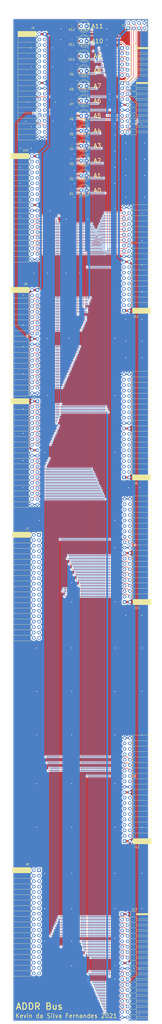
<source format=kicad_pcb>
(kicad_pcb (version 20201220) (generator pcbnew)
  (layers (0 "F.Cu" signal) (31 "B.Cu" signal) (34 "B.Paste" user) (35 "F.Paste" user) (36 "B.SilkS" user "B.Silkscreen") (37 "F.SilkS" user "F.Silkscreen") (38 "B.Mask" user) (39 "F.Mask" user) (44 "Edge.Cuts" user))
  (net 0 "")
  (net 1 "Net-(R1-Pad1)")
  (net 2 "GND")
  (net 3 "Net-(R2-Pad1)")
  (net 4 "Net-(R3-Pad1)")
  (net 5 "Net-(R4-Pad1)")
  (net 6 "Net-(R5-Pad1)")
  (net 7 "Net-(D6-Pad2)")
  (net 8 "Net-(R7-Pad1)")
  (net 9 "Net-(R8-Pad1)")
  (net 10 "Net-(R9-Pad1)")
  (net 11 "Net-(R10-Pad1)")
  (net 12 "Net-(R11-Pad1)")
  (net 13 "Net-(R12-Pad1)")
  (net 14 "SERIAL_A")
  (net 15 "CLK_A")
  (net 16 "BLOCK")
  (net 17 "READ")
  (net 18 "CLK_D")
  (net 19 "SERIAL_D")
  (net 20 "+5V")
  (net 21 "/ADDR6")
  (net 22 "/ADDR0")
  (net 23 "/ADDR7")
  (net 24 "/ADDR1")
  (net 25 "/ADDR8")
  (net 26 "/ADDR2")
  (net 27 "/ADDR9")
  (net 28 "/ADDR3")
  (net 29 "/ADDR10")
  (net 30 "/ADDR4")
  (net 31 "/ADDR11")
  (net 32 "/ADDR5")
  (net 33 "RAMAI")
  (net 34 "RAMDI")
  (net 35 "CLK")
  (net 36 "/GFX1")
  (net 37 "/GFX0")
  (net 38 "/GFX3")
  (net 39 "/GFX2")
  (net 40 "/DATA1")
  (net 41 "/DATA0")
  (net 42 "/DATA3")
  (net 43 "/DATA2")
  (net 44 "/DATA5")
  (net 45 "/DATA4")
  (net 46 "/DATA7")
  (net 47 "/DATA6")
  (net 48 "CE")
  (net 49 "II")
  (net 50 "SU")
  (net 51 "~CLK")
  (net 52 "HLT")
  (net 53 "IRPT")
  (net 54 "/OP1")
  (net 55 "/OP0")
  (net 56 "/OP3")
  (net 57 "/OP2")
  (net 58 "/ARG1")
  (net 59 "/ARG0")
  (net 60 "/ARG3")
  (net 61 "/ARG2")
  (net 62 "/ARG5")
  (net 63 "/ARG4")
  (net 64 "/ARG7")
  (net 65 "/ARG6")
  (net 66 "/ARG9")
  (net 67 "/ARG8")
  (net 68 "/ARG11")
  (net 69 "/ARG10")
  (net 70 "GFXI")
  (net 71 "EXT0")
  (net 72 "EXT2")
  (net 73 "EXT1")
  (net 74 "CARRY")
  (net 75 "ZERO")
  (net 76 "~PO")
  (net 77 "~J")
  (net 78 "~CONST")
  (net 79 "~MEMAO")
  (net 80 "~MC")
  (net 81 "~MEMDO")
  (net 82 "~BI")
  (net 83 "~EO")
  (net 84 "~AI")
  (footprint "Connector_PinSocket_2.54mm:PinSocket_2x20_P2.54mm_Horizontal" (layer "F.Cu") (at 52.49 214.86 180)
    (fp_text reference "J6")
    (fp_text value "Conn_02x20_Counter_Clockwise")
  )
  (footprint "Resistor_SMD:R_0805_2012Metric_Pad1.15x1.40mm_HandSolder" (layer "F.Cu") (at 27.94 52.705 180)
    (fp_text reference "R5")
    (fp_text value "R")
  )
  (footprint "LED_THT:LED_D5.0mm" (layer "F.Cu") (at 34.925 52.705 180)
    (fp_text reference "D5")
    (fp_text value "LED")
  )
  (footprint "Resistor_SMD:R_0805_2012Metric_Pad1.15x1.40mm_HandSolder" (layer "F.Cu") (at 27.94 31.75 180)
    (fp_text reference "R8")
    (fp_text value "R")
  )
  (footprint "LED_THT:LED_D5.0mm" (layer "F.Cu") (at 34.925 24.765 180)
    (fp_text reference "D9")
    (fp_text value "LED")
  )
  (footprint "Resistor_SMD:R_0805_2012Metric_Pad1.15x1.40mm_HandSolder" (layer "F.Cu") (at 27.94 38.735 180)
    (fp_text reference "R7")
    (fp_text value "R")
  )
  (footprint "Resistor_SMD:R_0805_2012Metric_Pad1.15x1.40mm_HandSolder" (layer "F.Cu") (at 27.93 73.66 180)
    (fp_text reference "R2")
    (fp_text value "R")
  )
  (footprint "Connector_PinSocket_2.54mm:PinSocket_2x20_P2.54mm_Horizontal" (layer "F.Cu") (at 15.27 7.5)
    (fp_text reference "J5")
    (fp_text value "Conn_02x20_Counter_Clockwise")
  )
  (footprint "LED_THT:LED_D5.0mm" (layer "F.Cu") (at 34.925 80.645 180)
    (fp_text reference "D1")
    (fp_text value "LED")
  )
  (footprint "Connector_PinHeader_2.54mm:PinHeader_2x04_P2.54mm_Vertical" (layer "F.Cu") (at 54.54 4.79 90)
    (fp_text reference "J1")
    (fp_text value "Conn_02x04_Counter_Clockwise")
  )
  (footprint "Resistor_SMD:R_0805_2012Metric_Pad1.15x1.40mm_HandSolder" (layer "F.Cu") (at 27.94 24.765 180)
    (fp_text reference "R9")
    (fp_text value "R")
  )
  (footprint "LED_THT:LED_D5.0mm" (layer "F.Cu") (at 34.925 73.66 180)
    (fp_text reference "D2")
    (fp_text value "LED")
  )
  (footprint "LED_THT:LED_D5.0mm" (layer "F.Cu") (at 34.925 10.795 180)
    (fp_text reference "D11")
    (fp_text value "LED")
  )
  (footprint "Connector_PinSocket_2.54mm:PinSocket_2x20_P2.54mm_Horizontal" (layer "F.Cu") (at 11.83 64.6)
    (fp_text reference "J10")
    (fp_text value "Conn_02x20_Counter_Clockwise")
  )
  (footprint "Connector_PinHeader_2.54mm:PinHeader_2x20_P2.54mm_Horizontal" (layer "F.Cu") (at 51.68 419.15)
    (fp_text reference "J13")
    (fp_text value "Conn_02x20_Counter_Clockwise")
  )
  (footprint "LED_THT:LED_D5.0mm" (layer "F.Cu") (at 34.925 45.72 180)
    (fp_text reference "D6")
    (fp_text value "LED")
  )
  (footprint "Connector_PinSocket_2.54mm:PinSocket_2x20_P2.54mm_Horizontal" (layer "F.Cu") (at 12.63 398.61)
    (fp_text reference "J8")
    (fp_text value "Conn_02x20_Counter_Clockwise")
  )
  (footprint "Resistor_SMD:R_0805_2012Metric_Pad1.15x1.40mm_HandSolder" (layer "F.Cu") (at 27.94 59.69 180)
    (fp_text reference "R4")
    (fp_text value "R")
  )
  (footprint "LED_THT:LED_D5.0mm" (layer "F.Cu") (at 34.925 38.735 180)
    (fp_text reference "D7")
    (fp_text value "LED")
  )
  (footprint "Resistor_SMD:R_0805_2012Metric_Pad1.15x1.40mm_HandSolder" (layer "F.Cu") (at 27.94 10.795 180)
    (fp_text reference "R11")
    (fp_text value "R")
  )
  (footprint "Connector_PinSocket_2.54mm:PinSocket_2x20_P2.54mm_Horizontal" (layer "F.Cu") (at 52.79 385 180)
    (fp_text reference "J12")
    (fp_text value "Conn_02x20_Counter_Clockwise")
  )
  (footprint "Resistor_SMD:R_0805_2012Metric_Pad1.15x1.40mm_HandSolder" (layer "F.Cu") (at 27.94 17.78 180)
    (fp_text reference "R10")
    (fp_text value "R")
  )
  (footprint "Resistor_SMD:R_0805_2012Metric_Pad1.15x1.40mm_HandSolder" (layer "F.Cu") (at 27.94 66.675 180)
    (fp_text reference "R3")
    (fp_text value "R")
  )
  (footprint "Connector_PinSocket_2.54mm:PinSocket_2x20_P2.54mm_Horizontal" (layer "F.Cu") (at 52.49 136.87 180)
    (fp_text reference "J11")
    (fp_text value "Conn_02x20_Counter_Clockwise")
  )
  (footprint "Connector_PinSocket_2.54mm:PinSocket_2x20_P2.54mm_Horizontal" (layer "F.Cu") (at 52.79 273.12 180)
    (fp_text reference "J14")
    (fp_text value "Conn_02x20_Counter_Clockwise")
  )
  (footprint "Connector_PinSocket_2.54mm:PinSocket_2x20_P2.54mm_Horizontal" (layer "F.Cu") (at 11.83 127.2)
    (fp_text reference "J9")
    (fp_text value "Conn_02x20_Counter_Clockwise")
  )
  (footprint "LED_THT:LED_D5.0mm" (layer "F.Cu") (at 34.925 31.75 180)
    (fp_text reference "D8")
    (fp_text value "LED")
  )
  (footprint "LED_THT:LED_D5.0mm" (layer "F.Cu") (at 34.925 3.81 180)
    (fp_text reference "D12")
    (fp_text value "LED")
  )
  (footprint "Resistor_SMD:R_0805_2012Metric_Pad1.15x1.40mm_HandSolder" (layer "F.Cu") (at 27.94 3.81 180)
    (fp_text reference "R12")
    (fp_text value "R")
  )
  (footprint "Connector_PinSocket_2.54mm:PinSocket_2x20_P2.54mm_Horizontal" (layer "F.Cu") (at 12.63 241.71)
    (fp_text reference "J7")
    (fp_text value "Conn_02x20_Counter_Clockwise")
  )
  (footprint "Resistor_SMD:R_0805_2012Metric_Pad1.15x1.40mm_HandSolder" (layer "F.Cu") (at 27.94 80.645 180)
    (fp_text reference "R1")
    (fp_text value "R")
  )
  (footprint "Connector_PinHeader_2.54mm:PinHeader_2x06_P2.54mm_Horizontal" (layer "F.Cu") (at 51.65 14.05)
    (fp_text reference "J2")
    (fp_text value "Conn_02x06_Odd_Even")
  )
  (footprint "LED_THT:LED_D5.0mm" (layer "F.Cu") (at 34.925 66.675 180)
    (fp_text reference "D3")
    (fp_text value "LED")
  )
  (footprint "LED_THT:LED_D5.0mm" (layer "F.Cu") (at 34.925 59.69 180)
    (fp_text reference "D4")
    (fp_text value "LED")
  )
  (footprint "Resistor_SMD:R_0805_2012Metric_Pad1.15x1.40mm_HandSolder" (layer "F.Cu") (at 27.94 45.72 180)
    (fp_text reference "R6")
    (fp_text value "R")
  )
  (footprint "Connector_PinHeader_2.54mm:PinHeader_2x10_P2.54mm_Horizontal" (layer "F.Cu") (at 51.65 30.39)
    (fp_text reference "J3")
    (fp_text value "Conn_02x10_Counter_Clockwise")
  )
  (footprint "LED_THT:LED_D5.0mm" (layer "F.Cu") (at 34.925 17.78 180)
    (fp_text reference "D10")
    (fp_text value "LED")
  )
  (footprint "Connector_PinSocket_2.54mm:PinSocket_2x20_P2.54mm_Horizontal" (layer "F.Cu") (at 11.83 179.27)
    (fp_text reference "J4")
    (fp_text value "Conn_02x20_Counter_Clockwise")
  )
  (gr_line (start 0 469.46) (end 64.323 469.46) (layer "Edge.Cuts") (width 0.1))
  (gr_line (start 64.323 469.46) (end 64.323 0) (layer "Edge.Cuts") (width 0.1))
  (gr_line (start 0 0) (end 0 469.46) (layer "Edge.Cuts") (width 0.1))
  (gr_line (start 0 0) (end 64.323 0) (layer "Edge.Cuts") (width 0.1))
  (gr_text "A5" (at 40.005 45.72) (layer "F.SilkS") (effects (font (size 2 2) (thickness 0.3))))
  (gr_text "ADDR Bus" (at 12.7 462.28) (layer "F.SilkS") (effects (font (size 3 3) (thickness 0.5))))
  (gr_text "Kevin da Silva Fernandes 2021" (at 25.4 466.725) (layer "F.SilkS") (effects (font (size 2 2) (thickness 0.3))))
  (gr_text "A1" (at 40.005 73.66) (layer "F.SilkS") (effects (font (size 2 2) (thickness 0.3))))
  (gr_text "A4" (at 40.005 52.705) (layer "F.SilkS") (effects (font (size 2 2) (thickness 0.3))))
  (gr_text "A3" (at 40.005 59.69) (layer "F.SilkS") (effects (font (size 2 2) (thickness 0.3))))
  (gr_text "A10" (at 40.005 10.795) (layer "F.SilkS") (effects (font (size 2 2) (thickness 0.3))))
  (gr_text "A2" (at 40.005 66.675) (layer "F.SilkS") (effects (font (size 2 2) (thickness 0.3))))
  (gr_text "A6" (at 40.005 38.735) (layer "F.SilkS") (effects (font (size 2 2) (thickness 0.3))))
  (gr_text "A8" (at 40.005 24.765) (layer "F.SilkS") (effects (font (size 2 2) (thickness 0.3))))
  (gr_text "A11" (at 40.005 3.81) (layer "F.SilkS") (effects (font (size 2 2) (thickness 0.3))))
  (gr_text "A9" (at 40.005 17.78) (layer "F.SilkS") (effects (font (size 2 2) (thickness 0.3))))
  (gr_text "A7" (at 40.005 31.75) (layer "F.SilkS") (effects (font (size 2 2) (thickness 0.3))))
  (gr_text "A0" (at 40.005 80.645) (layer "F.SilkS") (effects (font (size 2 2) (thickness 0.3))))
  (segment (start 28.965 80.645) (end 32.385 80.645) (width 1) (layer "F.Cu") (net 1))
  (via (at 35.56 35.56) (size 0.8) (drill 0.4) (layers "F.Cu" "B.Cu") (net 2))
  (via (at 53.34 66.04) (size 0.8) (drill 0.4) (layers "F.Cu" "B.Cu") (net 2))
  (via (at 31.75 83.82) (size 0.8) (drill 0.4) (layers "F.Cu" "B.Cu") (net 2))
  (via (at 20.32 39.37) (size 0.8) (drill 0.4) (layers "F.Cu" "B.Cu") (net 2))
  (via (at 48.26 69.85) (size 0.8) (drill 0.4) (layers "F.Cu" "B.Cu") (net 2))
  (via (at 48.26 203.2) (size 0.8) (drill 0.4) (layers "F.Cu" "B.Cu") (net 2))
  (via (at 5.08 219.71) (size 0.8) (drill 0.4) (layers "F.Cu" "B.Cu") (net 2))
  (via (at 48.26 430.53) (size 0.8) (drill 0.4) (layers "F.Cu" "B.Cu") (net 2))
  (via (at 27.94 294.64) (size 0.8) (drill 0.4) (layers "F.Cu" "B.Cu") (net 2))
  (via (at 29.21 63.5) (size 0.8) (drill 0.4) (layers "F.Cu" "B.Cu") (net 2))
  (via (at 30.48 1.27) (size 0.8) (drill 0.4) (layers "F.Cu" "B.Cu") (net 2))
  (via (at 15.24 203.2) (size 0.8) (drill 0.4) (layers "F.Cu" "B.Cu") (net 2))
  (via (at 48.26 294.64) (size 0.8) (drill 0.4) (layers "F.Cu" "B.Cu") (net 2))
  (via (at 48.26 416.56) (size 0.8) (drill 0.4) (layers "F.Cu" "B.Cu") (net 2))
  (via (at 29.21 71.12) (size 0.8) (drill 0.4) (layers "F.Cu" "B.Cu") (net 2))
  (via (at 60.96 91.44) (size 0.8) (drill 0.4) (layers "F.Cu" "B.Cu") (net 2))
  (via (at 29.21 55.88) (size 0.8) (drill 0.4) (layers "F.Cu" "B.Cu") (net 2))
  (via (at 5.08 129.54) (size 0.8) (drill 0.4) (layers "F.Cu" "B.Cu") (net 2))
  (via (at 62.23 73.66) (size 0.8) (drill 0.4) (layers "F.Cu" "B.Cu") (net 2))
  (via (at 60.96 273.05) (size 0.8) (drill 0.4) (layers "F.Cu" "B.Cu") (net 2))
  (via (at 30.48 35.56) (size 0.8) (drill 0.4) (layers "F.Cu" "B.Cu") (net 2))
  (via (at 60.96 115.57) (size 0.8) (drill 0.4) (layers "F.Cu" "B.Cu") (net 2))
  (via (at 45.72 35.56) (size 0.8) (drill 0.4) (layers "F.Cu" "B.Cu") (net 2))
  (via (at 7.62 39.37) (size 0.8) (drill 0.4) (layers "F.Cu" "B.Cu") (net 2))
  (via (at 44.45 27.94) (size 0.8) (drill 0.4) (layers "F.Cu" "B.Cu") (net 2))
  (via (at 53.34 151.13) (size 0.8) (drill 0.4) (layers "F.Cu" "B.Cu") (net 2))
  (via (at 5.08 182.88) (size 0.8) (drill 0.4) (layers "F.Cu" "B.Cu") (net 2))
  (via (at 35.56 27.94) (size 0.8) (drill 0.4) (layers "F.Cu" "B.Cu") (net 2))
  (via (at 35.56 63.5) (size 0.8) (drill 0.4) (layers "F.Cu" "B.Cu") (net 2))
  (via (at 22.86 5.08) (size 0.8) (drill 0.4) (layers "F.Cu" "B.Cu") (net 2))
  (via (at 48.26 247.65) (size 0.8) (drill 0.4) (layers "F.Cu" "B.Cu") (net 2))
  (via (at 60.96 104.14) (size 0.8) (drill 0.4) (layers "F.Cu" "B.Cu") (net 2))
  (via (at 60.96 378.46) (size 0.8) (drill 0.4) (layers "F.Cu" "B.Cu") (net 2))
  (via (at 60.96 279.4) (size 0.8) (drill 0.4) (layers "F.Cu" "B.Cu") (net 2))
  (via (at 27.94 314.96) (size 0.8) (drill 0.4) (layers "F.Cu" "B.Cu") (net 2))
  (via (at 8.89 13.97) (size 0.8) (drill 0.4) (layers "F.Cu" "B.Cu") (net 2))
  (via (at 48.26 358.14) (size 0.8) (drill 0.4) (layers "F.Cu" "B.Cu") (net 2))
  (via (at 48.26 77.47) (size 0.8) (drill 0.4) (layers "F.Cu" "B.Cu") (net 2))
  (via (at 30.48 15.24) (size 0.8) (drill 0.4) (layers "F.Cu" "B.Cu") (net 2))
  (via (at 48.26 443.23) (size 0.8) (drill 0.4) (layers "F.Cu" "B.Cu") (net 2))
  (via (at 12.7 234.95) (size 0.8) (drill 0.4) (layers "F.Cu" "B.Cu") (net 2))
  (via (at 57.15 34.29) (size 0.8) (drill 0.4) (layers "F.Cu" "B.Cu") (net 2))
  (via (at 60.96 314.96) (size 0.8) (drill 0.4) (layers "F.Cu" "B.Cu") (net 2))
  (via (at 48.26 466.09) (size 0.8) (drill 0.4) (layers "F.Cu" "B.Cu") (net 2))
  (via (at 10.16 119.38) (size 0.8) (drill 0.4) (layers "F.Cu" "B.Cu") (net 2))
  (via (at 48.26 273.05) (size 0.8) (drill 0.4) (layers "F.Cu" "B.Cu") (net 2))
  (via (at 48.26 314.96) (size 0.8) (drill 0.4) (layers "F.Cu" "B.Cu") (net 2))
  (via (at 19.05 48.26) (size 0.8) (drill 0.4) (layers "F.Cu" "B.Cu") (net 2))
  (via (at 5.08 207.01) (size 0.8) (drill 0.4) (layers "F.Cu" "B.Cu") (net 2))
  (via (at 60.96 400.05) (size 0.8) (drill 0.4) (layers "F.Cu" "B.Cu") (net 2))
  (via (at 30.48 8.89) (size 0.8) (drill 0.4) (layers "F.Cu" "B.Cu") (net 2))
  (via (at 11.43 294.64) (size 0.8) (drill 0.4) (layers "F.Cu" "B.Cu") (net 2))
  (via (at 16.51 149.86) (size 0.8) (drill 0.4) (layers "F.Cu" "B.Cu") (net 2))
  (via (at 57.15 45.72) (size 0.8) (drill 0.4) (layers "F.Cu" "B.Cu") (net 2))
  (via (at 59.69 466.09) (size 0.8) (drill 0.4) (layers "F.Cu" "B.Cu") (net 2))
  (via (at 53.34 58.42) (size 0.8) (drill 0.4) (layers "F.Cu" "B.Cu") (net 2))
  (via (at 27.94 335.28) (size 0.8) (drill 0.4) (layers "F.Cu" "B.Cu") (net 2))
  (via (at 59.69 444.5) (size 0.8) (drill 0.4) (layers "F.Cu" "B.Cu") (net 2))
  (via (at 31.75 119.38) (size 0.8) (drill 0.4) (layers "F.Cu" "B.Cu") (net 2))
  (via (at 48.26 62.23) (size 0.8) (drill 0.4) (layers "F.Cu" "B.Cu") (net 2))
  (via (at 53.34 83.82) (size 0.8) (drill 0.4) (layers "F.Cu" "B.Cu") (net 2))
  (via (at 29.21 49.53) (size 0.8) (drill 0.4) (layers "F.Cu" "B.Cu") (net 2))
  (via (at 27.94 431.8) (size 0.8) (drill 0.4) (layers "F.Cu" "B.Cu") (net 2))
  (via (at 3.81 69.85) (size 0.8) (drill 0.4) (layers "F.Cu" "B.Cu") (net 2))
  (via (at 3.81 60.96) (size 0.8) (drill 0.4) (layers "F.Cu" "B.Cu") (net 2))
  (via (at 60.96 294.64) (size 0.8) (drill 0.4) (layers "F.Cu" "B.Cu") (net 2))
  (via (at 8.89 22.86) (size 0.8) (drill 0.4) (layers "F.Cu" "B.Cu") (net 2))
  (via (at 44.45 5.08) (size 0.8) (drill 0.4) (layers "F.Cu" "B.Cu") (net 2))
  (via (at 27.94 443.23) (size 0.8) (drill 0.4) (layers "F.Cu" "B.Cu") (net 2))
  (via (at 60.96 140.97) (size 0.8) (drill 0.4) (layers "F.Cu" "B.Cu") (net 2))
  (via (at 48.26 176.53) (size 0.8) (drill 0.4) (layers "F.Cu" "B.Cu") (net 2))
  (via (at 11.43 314.96) (size 0.8) (drill 0.4) (layers "F.Cu" "B.Cu") (net 2))
  (via (at 11.43 335.28) (size 0.8) (drill 0.4) (layers "F.Cu" "B.Cu") (net 2))
  (via (at 27.94 273.05) (size 0.8) (drill 0.4) (layers "F.Cu" "B.Cu") (net 2))
  (via (at 3.81 92.71) (size 0.8) (drill 0.4) (layers "F.Cu" "B.Cu") (net 2))
  (via (at 62.23 66.04) (size 0.8) (drill 0.4) (layers "F.Cu" "B.Cu") (net 2))
  (via (at 35.56 49.53) (size 0.8) (drill 0.4) (layers "F.Cu" "B.Cu") (net 2))
  (via (at 60 219.7) (size 0.8) (drill 0.4) (layers "F.Cu" "B.Cu") (net 2))
  (via (at 25.4 119.38) (size 0.8) (drill 0.4) (layers "F.Cu" "B.Cu") (net 2))
  (via (at 16.51 176.53) (size 0.8) (drill 0.4) (layers "F.Cu" "B.Cu") (net 2))
  (via (at 35.56 449.58) (size 0.8) (drill 0.4) (layers "F.Cu" "B.Cu") (net 2))
  (via (at 48.26 400.05) (size 0.8) (drill 0.4) (layers "F.Cu" "B.Cu") (net 2))
  (via (at 35.56 55.88) (size 0.8) (drill 0.4) (layers "F.Cu" "B.Cu") (net 2))
  (via (at 62.23 58.42) (size 0.8) (drill 0.4) (layers "F.Cu" "B.Cu") (net 2))
  (via (at 30.48 21.59) (size 0.8) (drill 0.4) (layers "F.Cu" "B.Cu") (net 2))
  (via (at 3.81 85.09) (size 0.8) (drill 0.4) (layers "F.Cu" "B.Cu") (net 2))
  (via (at 15.24 416.56) (size 0.8) (drill 0.4) (layers "F.Cu" "B.Cu") (net 2))
  (via (at 60.96 416.56) (size 0.8) (drill 0.4) (layers "F.Cu" "B.Cu") (net 2))
  (via (at 27.94 264.16) (size 0.8) (drill 0.4) (layers "F.Cu" "B.Cu") (net 2))
  (via (at 11.43 378.46) (size 0.8) (drill 0.4) (layers "F.Cu" "B.Cu") (net 2))
  (via (at 54.61 219.71) (size 0.8) (drill 0.4) (layers "F.Cu" "B.Cu") (net 2))
  (via (at 25.4 93.98) (size 0.8) (drill 0.4) (layers "F.Cu" "B.Cu") (net 2))
  (via (at 16.51 119.38) (size 0.8) (drill 0.4) (layers "F.Cu" "B.Cu") (net 2))
  (via (at 60.96 49.53) (size 0.8) (drill 0.4) (layers "F.Cu" "B.Cu") (net 2))
  (via (at 44.45 10.16) (size 0.8) (drill 0.4) (layers "F.Cu" "B.Cu") (net 2))
  (via (at 5.08 166.37) (size 0.8) (drill 0.4) (layers "F.Cu" "B.Cu") (net 2))
  (via (at 48.26 88.9) (size 0.8) (drill 0.4) (layers "F.Cu" "B.Cu") (net 2))
  (via (at 19.05 13.97) (size 0.8) (drill 0.4) (layers "F.Cu" "B.Cu") (net 2))
  (via (at 27.94 416.56) (size 0.8) (drill 0.4) (layers "F.Cu" "B.Cu") (net 2))
  (via (at 17.78 90.17) (size 0.8) (drill 0.4) (layers "F.Cu" "B.Cu") (net 2))
  (via (at 45.72 38.1) (size 0.8) (drill 0.4) (layers "F.Cu" "B.Cu") (net 2))
  (via (at 48.26 49.53) (size 0.8) (drill 0.4) (layers "F.Cu" "B.Cu") (net 2))
  (via (at 48.26 43.18) (size 0.8) (drill 0.4) (layers "F.Cu" "B.Cu") (net 2))
  (via (at 5.08 194.31) (size 0.8) (drill 0.4) (layers "F.Cu" "B.Cu") (net 2))
  (via (at 60.96 151.13) (size 0.8) (drill 0.4) (layers "F.Cu" "B.Cu") (net 2))
  (via (at 5.08 143.51) (size 0.8) (drill 0.4) (layers "F.Cu" "B.Cu") (net 2))
  (via (at 57.15 444.5) (size 0.8) (drill 0.4) (layers "F.Cu" "B.Cu") (net 2))
  (via (at 48.26 54.61) (size 0.8) (drill 0.4) (layers "F.Cu" "B.Cu") (net 2))
  (via (at 29.21 77.47) (size 0.8) (drill 0.4) (layers "F.Cu" "B.Cu") (net 2))
  (via (at 3.81 77.47) (size 0.8) (drill 0.4) (layers "F.Cu" "B.Cu") (net 2))
  (via (at 35.56 93.98) (size 0.8) (drill 0.4) (layers "F.Cu" "B.Cu") (net 2))
  (via (at 53.34 73.66) (size 0.8) (drill 0.4) (layers "F.Cu" "B.Cu") (net 2))
  (via (at 48.26 234.95) (size 0.8) (drill 0.4) (layers "F.Cu" "B.Cu") (net 2))
  (via (at 48.26 335.28) (size 0.8) (drill 0.4) (layers "F.Cu" "B.Cu") (net 2))
  (via (at 30.48 41.91) (size 0.8) (drill 0.4) (layers "F.Cu" "B.Cu") (net 2))
  (via (at 19.05 22.86) (size 0.8) (drill 0.4) (layers "F.Cu" "B.Cu") (net 2))
  (via (at 53.34 279.4) (size 0.8) (drill 0.4) (layers "F.Cu" "B.Cu") (net 2))
  (via (at 11.43 358.14) (size 0.8) (drill 0.4) (layers "F.Cu" "B.Cu") (net 2))
  (via (at 53.34 140.97) (size 0.8) (drill 0.4) (layers "F.Cu" "B.Cu") (net 2))
  (via (at 6.35 48.26) (size 0.8) (drill 0.4) (layers "F.Cu" "B.Cu") (net 2))
  (via (at 5.08 153.67) (size 0.8) (drill 0.4) (layers "F.Cu" "B.Cu") (net 2))
  (via (at 26.67 149.86) (size 0.8) (drill 0.4) (layers "F.Cu" "B.Cu") (net 2))
  (via (at 27.94 378.46) (size 0.8) (drill 0.4) (layers "F.Cu" "B.Cu") (net 2))
  (via (at 44.45 12.7) (size 0.8) (drill 0.4) (layers "F.Cu" "B.Cu") (net 2))
  (via (at 29.21 83.82) (size 0.8) (drill 0.4) (layers "F.Cu" "B.Cu") (net 2))
  (via (at 60.96 158.75) (size 0.8) (drill 0.4) (layers "F.Cu" "B.Cu") (net 2))
  (via (at 8.89 50.8) (size 0.8) (drill 0.4) (layers "F.Cu" "B.Cu") (net 2))
  (via (at 48.26 449.58) (size 0.8) (drill 0.4) (layers "F.Cu" "B.Cu") (net 2))
  (via (at 62.23 83.82) (size 0.8) (drill 0.4) (layers "F.Cu" "B.Cu") (net 2))
  (via (at 60.96 128.27) (size 0.8) (drill 0.4) (layers "F.Cu" "B.Cu") (net 2))
  (via (at 48.26 149.86) (size 0.8) (drill 0.4) (layers "F.Cu" "B.Cu") (net 2))
  (via (at 30.48 29.21) (size 0.8) (drill 0.4) (layers "F.Cu" "B.Cu") (net 2))
  (via (at 60.96 335.28) (size 0.8) (drill 0.4) (layers "F.Cu" "B.Cu") (net 2))
  (via (at 22.86 10.16) (size 0.8) (drill 0.4) (layers "F.Cu" "B.Cu") (net 2))
  (via (at 27.94 358.14) (size 0.8) (drill 0.4) (layers "F.Cu" "B.Cu") (net 2))
  (via (at 27.94 400.05) (size 0.8) (drill 0.4) (layers "F.Cu" "B.Cu") (net 2))
  (via (at 53.34 158.75) (size 0.8) (drill 0.4) (layers "F.Cu" "B.Cu") (net 2))
  (via (at 48.26 378.46) (size 0.8) (drill 0.4) (layers "F.Cu" "B.Cu") (net 2))
  (via (at 15.24 431.8) (size 0.8) (drill 0.4) (layers "F.Cu" "B.Cu") (net 2))
  (via (at 8.89 60.96) (size 0.8) (drill 0.4) (layers "F.Cu" "B.Cu") (net 2))
  (via (at 35.56 13.97) (size 0.8) (drill 0.4) (layers "F.Cu" "B.Cu") (net 2))
  (via (at 15.24 400.05) (size 0.8) (drill 0.4) (layers "F.Cu" "B.Cu") (net 2))
  (segment (start 28.955 73.66) (end 32.385 73.66) (width 1) (layer "F.Cu") (net 3))
  (segment (start 28.965 66.675) (end 32.385 66.675) (width 1) (layer "F.Cu") (net 4))
  (segment (start 28.965 59.69) (end 32.385 59.69) (width 1) (layer "F.Cu") (net 5))
  (segment (start 28.965 52.705) (end 32.385 52.705) (width 1) (layer "F.Cu") (net 6))
  (segment (start 28.965 45.72) (end 32.385 45.72) (width 1) (layer "F.Cu") (net 7))
  (segment (start 28.965 38.735) (end 32.385 38.735) (width 1) (layer "F.Cu") (net 8))
  (segment (start 28.965 31.75) (end 32.385 31.75) (width 1) (layer "F.Cu") (net 9))
  (segment (start 28.965 24.765) (end 32.385 24.765) (width 1) (layer "F.Cu") (net 10))
  (segment (start 28.965 17.78) (end 32.385 17.78) (width 1) (layer "F.Cu") (net 11))
  (segment (start 28.965 10.795) (end 32.385 10.795) (width 1) (layer "F.Cu") (net 12))
  (segment (start 28.965 3.81) (end 32.385 3.81) (width 1) (layer "F.Cu") (net 13))
  (segment (start 62.16 4.79) (end 62.16 45.28) (width 0.2) (layer "F.Cu") (net 14))
  (segment (start 62.16 45.28) (end 54.19 53.25) (width 0.2) (layer "F.Cu") (net 14))
  (segment (start 59.62 2.25) (end 60.770001 3.400001) (width 0.2) (layer "F.Cu") (net 15))
  (segment (start 54.502003 52.099999) (end 52.800001 52.099999) (width 0.2) (layer "F.Cu") (net 15))
  (segment (start 60.770001 45.832001) (end 54.502003 52.099999) (width 0.2) (layer "F.Cu") (net 15))
  (segment (start 60.770001 3.400001) (end 60.770001 45.832001) (width 0.2) (layer "F.Cu") (net 15))
  (segment (start 52.800001 52.099999) (end 51.65 53.25) (width 0.2) (layer "F.Cu") (net 15))
  (segment (start 54.502003 31.779999) (end 52.800001 31.779999) (width 0.2) (layer "B.Cu") (net 16))
  (segment (start 52.800001 31.779999) (end 51.65 32.93) (width 0.2) (layer "B.Cu") (net 16))
  (segment (start 59.62 26.662002) (end 54.502003 31.779999) (width 0.2) (layer "B.Cu") (net 16))
  (segment (start 59.62 4.79) (end 59.62 26.662002) (width 0.2) (layer "B.Cu") (net 16))
  (segment (start 54.742001 34.080001) (end 53.039999 34.080001) (width 0.2) (layer "F.Cu") (net 17))
  (segment (start 57.08 2.25) (end 58.230001 3.400001) (width 0.2) (layer "F.Cu") (net 17))
  (segment (start 58.230001 30.592001) (end 54.742001 34.080001) (width 0.2) (layer "F.Cu") (net 17))
  (segment (start 53.039999 34.080001) (end 51.65 35.47) (width 0.2) (layer "F.Cu") (net 17))
  (segment (start 58.230001 3.400001) (end 58.230001 30.592001) (width 0.2) (layer "F.Cu") (net 17))
  (segment (start 57.08 4.79) (end 57.08 27.5) (width 0.2) (layer "F.Cu") (net 18))
  (segment (start 57.08 27.5) (end 54.19 30.39) (width 0.2) (layer "F.Cu") (net 18))
  (segment (start 55.929999 3.639999) (end 55.929999 26.712003) (width 0.2) (layer "F.Cu") (net 19))
  (segment (start 52.252002 30.39) (end 51.65 30.39) (width 0.2) (layer "F.Cu") (net 19))
  (segment (start 54.54 2.25) (end 55.929999 3.639999) (width 0.2) (layer "F.Cu") (net 19))
  (segment (start 55.929999 26.712003) (end 52.252002 30.39) (width 0.2) (layer "F.Cu") (net 19))
  (segment (start 56.880001 275.610001) (end 56.880001 270.749999) (width 1) (layer "F.Cu") (net 20))
  (segment (start 15.27 30.36) (end 12.73 30.36) (width 1) (layer "F.Cu") (net 20))
  (segment (start 55.03 192) (end 56.580001 190.449999) (width 1) (layer "F.Cu") (net 20))
  (segment (start 55.33 416.76) (end 55.33 420.26) (width 1) (layer "F.Cu") (net 20))
  (segment (start 51.65 40.55) (end 54.19 40.55) (width 1) (layer "F.Cu") (net 20))
  (segment (start 56.880001 275.610001) (end 56.880001 274.670001) (width 1) (layer "F.Cu") (net 20))
  (segment (start 7.739999 180.820001) (end 7.739999 181.380001) (width 1) (layer "F.Cu") (net 20))
  (segment (start 8.595 179.965) (end 8.595 178.575) (width 1) (layer "F.Cu") (net 20))
  (segment (start 56.06 249.53) (end 56.06 250.99) (width 1) (layer "F.Cu") (net 20))
  (segment (start 8.52 150.83) (end 7.739999 151.610001) (width 1) (layer "F.Cu") (net 20))
  (segment (start 11.83 127.2) (end 9.29 127.2) (width 1) (layer "F.Cu") (net 20))
  (segment (start 56.580001 190.449999) (end 56.580001 190.059999) (width 1) (layer "F.Cu") (net 20))
  (segment (start 56.580001 193.550001) (end 55.66 192.63) (width 1) (layer "F.Cu") (net 20))
  (segment (start 56.580001 138.420001) (end 55.71 137.55) (width 1) (layer "F.Cu") (net 20))
  (segment (start 55.965 273.755) (end 55.33 273.12) (width 1) (layer "F.Cu") (net 20))
  (segment (start 9.29 150.06) (end 11.83 150.06) (width 1) (layer "F.Cu") (net 20))
  (segment (start 55.955 361.515) (end 55.955 362.765) (width 1) (layer "F.Cu") (net 20))
  (segment (start 56.580001 216.410001) (end 56.580001 212.610001) (width 1) (layer "F.Cu") (net 20))
  (segment (start 55.885 137.375) (end 55.71 137.55) (width 1) (layer "F.Cu") (net 20))
  (segment (start 56.580001 194.480001) (end 56.580001 190.059999) (width 1) (layer "F.Cu") (net 20))
  (segment (start 55.955 362.765) (end 55.33 362.14) (width 1) (layer "F.Cu") (net 20))
  (segment (start 9.29 179.27) (end 11.83 179.27) (width 1) (layer "F.Cu") (net 20))
  (segment (start 9.29 202.13) (end 11.83 202.13) (width 1) (layer "F.Cu") (net 20))
  (segment (start 7.739999 181.380001) (end 7.739999 200.579999) (width 1) (layer "F.Cu") (net 20))
  (segment (start 56.580001 212.610001) (end 56.580001 194.480001) (width 1) (layer "F.Cu") (net 20))
  (segment (start 11.83 87.46) (end 9.29 87.46) (width 1) (layer "F.Cu") (net 20))
  (segment (start 56.580001 115.560001) (end 55.03 114.01) (width 1) (layer "F.Cu") (net 20))
  (segment (start 55.635 215.465) (end 55.03 214.86) (width 1) (layer "F.Cu") (net 20))
  (segment (start 56.580001 135.319999) (end 56.580001 115.560001) (width 1) (layer "F.Cu") (net 20))
  (segment (start 56.580001 190.059999) (end 56.580001 191.709999) (width 1) (layer "F.Cu") (net 20))
  (segment (start 54.22 419.15) (end 51.68 419.15) (width 1) (layer "F.Cu") (net 20))
  (segment (start 56.880001 271.569999) (end 56.880001 270.749999) (width 1) (layer "F.Cu") (net 20))
  (segment (start 9.29 150.06) (end 8.52 150.83) (width 1) (layer "F.Cu") (net 20))
  (segment (start 7.739999 177.719999) (end 7.739999 181.380001) (width 1) (layer "F.Cu") (net 20))
  (segment (start 56.880001 360.589999) (end 55.955 361.515) (width 1) (layer "F.Cu") (net 20))
  (segment (start 56.880001 216.710001) (end 55.635 215.465) (width 1) (layer "F.Cu") (net 20))
  (segment (start 55.770001 420.700001) (end 54.22 419.15) (width 1) (layer "F.Cu") (net 20))
  (segment (start 55.33 420.26) (end 55.770001 420.700001) (width 1) (layer "F.Cu") (net 20))
  (segment (start 7.739999 177.719999) (end 8.595 178.575) (width 1) (layer "F.Cu") (net 20))
  (segment (start 56.580001 214.519999) (end 55.635 215.465) (width 1) (layer "F.Cu") (net 20))
  (segment (start 55.03 136.87) (end 55.885 136.015) (width 1) (layer "F.Cu") (net 20))
  (segment (start 55.66 192.63) (end 55.03 192) (width 1) (layer "F.Cu") (net 20))
  (segment (start 7.739999 148.509999) (end 9.29 150.06) (width 1) (layer "F.Cu") (net 20))
  (segment (start 56.06 250.99) (end 55.33 250.26) (width 1) (layer "F.Cu") (net 20))
  (segment (start 48.369998 7.5) (end 50.099999 9.230001) (width 1) (layer "F.Cu") (net 20))
  (segment (start 56.880001 272.839999) (end 55.965 273.755) (width 1) (layer "F.Cu") (net 20))
  (segment (start 55.770001 440.459999) (end 55.770001 420.700001) (width 1) (layer "F.Cu") (net 20))
  (segment (start 55.33 416.76) (end 55.33 385) (width 1) (layer "F.Cu") (net 20))
  (segment (start 54.22 419.15) (end 55.33 418.04) (width 1) (layer "F.Cu") (net 20))
  (segment (start 11.83 64.6) (end 9.29 64.6) (width 1) (layer "F.Cu") (net 20))
  (segment (start 56.880001 248.709999) (end 56.06 249.53) (width 1) (layer "F.Cu") (net 20))
  (segment (start 7.739999 200.579999) (end 9.29 202.13) (width 1) (layer "F.Cu") (net 20))
  (segment (start 56.580001 213.309999) (end 56.580001 212.610001) (width 1) (layer "F.Cu") (net 20))
  (segment (start 55.33 362.14) (end 52.79 362.14) (width 1) (layer "F.Cu") (net 20))
  (segment (start 56.580001 135.319999) (end 56.580001 138.769999) (width 1) (layer "F.Cu") (net 20))
  (segment (start 51.68 442.01) (end 54.22 442.01) (width 1) (layer "F.Cu") (net 20))
  (segment (start 55.33 385) (end 52.79 385) (width 1) (layer "F.Cu") (net 20))
  (segment (start 7.739999 151.610001) (end 7.739999 177.719999) (width 1) (layer "F.Cu") (net 20))
  (segment (start 56.880001 383.449999) (end 56.880001 363.690001) (width 1) (layer "F.Cu") (net 20))
  (segment (start 55.33 418.04) (end 55.33 416.76) (width 1) (layer "F.Cu") (net 20))
  (segment (start 55.03 214.86) (end 52.49 214.86) (width 1) (layer "F.Cu") (net 20))
  (segment (start 8.52 149.29) (end 8.52 150.83) (width 1) (layer "F.Cu") (net 20))
  (segment (start 55.33 250.26) (end 56.880001 248.709999) (width 1) (layer "F.Cu") (net 20))
  (segment (start 56.880001 270.749999) (end 56.880001 272.839999) (width 1) (layer "F.Cu") (net 20))
  (segment (start 55.33 362.14) (end 56.880001 360.589999) (width 1) (layer "F.Cu") (net 20))
  (segment (start 56.580001 212.610001) (end 56.580001 214.519999) (width 1) (layer "F.Cu") (net 20))
  (segment (start 8.595 178.575) (end 9.29 179.27) (width 1) (layer "F.Cu") (net 20))
  (segment (start 56.880001 248.709999) (end 56.880001 216.710001) (width 1) (layer "F.Cu") (net 20))
  (segment (start 7.739999 151.610001) (end 7.739999 148.509999) (width 1) (layer "F.Cu") (net 20))
  (segment (start 56.580001 191.709999) (end 55.66 192.63) (width 1) (layer "F.Cu") (net 20))
  (segment (start 56.880001 363.690001) (end 56.880001 360.589999) (width 1) (layer "F.Cu") (net 20))
  (segment (start 55.33 385) (end 56.880001 383.449999) (width 1) (layer "F.Cu") (net 20))
  (segment (start 54.22 442.01) (end 55.770001 440.459999) (width 1) (layer "F.Cu") (net 20))
  (segment (start 55.03 192) (end 52.49 192) (width 1) (layer "F.Cu") (net 20))
  (segment (start 56.880001 251.810001) (end 56.06 250.99) (width 1) (layer "F.Cu") (net 20))
  (segment (start 9.29 179.27) (end 7.739999 180.820001) (width 1) (layer "F.Cu") (net 20))
  (segment (start 12.73 7.5) (end 15.27 7.5) (width 1) (layer "F.Cu") (net 20))
  (segment (start 56.880001 360.589999) (end 56.880001 275.610001) (width 1) (layer "F.Cu") (net 20))
  (segment (start 9.29 127.2) (end 7.739999 128.750001) (width 1) (layer "F.Cu") (net 20))
  (segment (start 7.739999 148.509999) (end 8.52 149.29) (width 1) (layer "F.Cu") (net 20))
  (segment (start 55.33 273.12) (end 52.79 273.12) (width 1) (layer "F.Cu") (net 20))
  (segment (start 55.33 250.26) (end 52.79 250.26) (width 1) (layer "F.Cu") (net 20))
  (segment (start 55.885 136.015) (end 55.885 137.375) (width 1) (layer "F.Cu") (net 20))
  (segment (start 56.880001 251.810001) (end 56.880001 248.709999) (width 1) (layer "F.Cu") (net 20))
  (segment (start 56.580001 138.769999) (end 56.580001 138.420001) (width 1) (layer "F.Cu") (net 20))
  (segment (start 55.03 136.87) (end 52.49 136.87) (width 1) (layer "F.Cu") (net 20))
  (segment (start 55.885 136.015) (end 56.580001 135.319999) (width 1) (layer "F.Cu") (net 20))
  (segment (start 56.880001 363.690001) (end 55.955 362.765) (width 1) (layer "F.Cu") (net 20))
  (segment (start 55.71 137.55) (end 55.03 136.87) (width 1) (layer "F.Cu") (net 20))
  (segment (start 55.03 214.86) (end 56.580001 213.309999) (width 1) (layer "F.Cu") (net 20))
  (segment (start 56.880001 270.749999) (end 56.880001 251.810001) (width 1) (layer "F.Cu") (net 20))
  (segment (start 15.27 7.5) (end 48.369998 7.5) (width 1) (layer "F.Cu") (net 20))
  (segment (start 56.880001 274.670001) (end 55.965 273.755) (width 1) (layer "F.Cu") (net 20))
  (segment (start 55.03 114.01) (end 52.49 114.01) (width 1) (layer "F.Cu") (net 20))
  (segment (start 7.739999 180.820001) (end 8.595 179.965) (width 1) (layer "F.Cu") (net 20))
  (segment (start 56.580001 194.480001) (end 56.580001 193.550001) (width 1) (layer "F.Cu") (net 20))
  (segment (start 56.880001 216.710001) (end 56.580001 216.410001) (width 1) (layer "F.Cu") (net 20))
  (segment (start 56.580001 190.059999) (end 56.580001 138.769999) (width 1) (layer "F.Cu") (net 20))
  (segment (start 7.739999 128.750001) (end 7.739999 148.509999) (width 1) (layer "F.Cu") (net 20))
  (segment (start 55.33 273.12) (end 56.880001 271.569999) (width 1) (layer "F.Cu") (net 20))
  (via (at 50.099999 9.230001) (size 0.8) (drill 0.4) (layers "F.Cu" "B.Cu") (net 20))
  (segment (start 13.380001 89.010001) (end 13.380001 125.649999) (width 1) (layer "B.Cu") (net 20))
  (segment (start 16.820001 59.609999) (end 13.6 62.83) (width 1) (layer "B.Cu") (net 20))
  (segment (start 13.380001 66.150001) (end 13.380001 63.049999) (width 1) (layer "B.Cu") (net 20))
  (segment (start 16.820001 9.050001) (end 16.820001 28.369999) (width 1) (layer "B.Cu") (net 20))
  (segment (start 50.099999 9.230001) (end 54.54 4.79) (width 1) (layer "B.Cu") (net 20))
  (segment (start 15.975 29.655) (end 15.27 30.36) (width 1) (layer "B.Cu") (net 20))
  (segment (start 15.975 31.065) (end 15.975 29.655) (width 1) (layer "B.Cu") (net 20))
  (segment (start 16.820001 28.369999) (end 16.820001 32.579999) (width 1) (layer "B.Cu") (net 20))
  (segment (start 50.099999 42.100001) (end 51.037999 41.162001) (width 1) (layer "B.Cu") (net 20))
  (segment (start 13.380001 63.049999) (end 13.6 62.83) (width 1) (layer "B.Cu") (net 20))
  (segment (start 13.380001 125.649999) (end 11.83 127.2) (width 1) (layer "B.Cu") (net 20))
  (segment (start 16.820001 31.910001) (end 15.975 31.065) (width 1) (layer "B.Cu") (net 20))
  (segment (start 16.820001 32.579999) (end 16.820001 59.609999) (width 1) (layer "B.Cu") (net 20))
  (segment (start 16.820001 28.369999) (end 16.820001 28.809999) (width 1) (layer "B.Cu") (net 20))
  (segment (start 13.380001 84.350001) (end 13.380001 89.010001) (width 1) (layer "B.Cu") (net 20))
  (segment (start 16.820001 28.809999) (end 15.975 29.655) (width 1) (layer "B.Cu") (net 20))
  (segment (start 51.65 40.55) (end 51.65 40.304002) (width 1) (layer "B.Cu") (net 20))
  (segment (start 50.099999 111.619999) (end 50.099999 42.100001) (width 1) (layer "B.Cu") (net 20))
  (segment (start 15.27 7.5) (end 16.820001 9.050001) (width 1) (layer "B.Cu") (net 20))
  (segment (start 51.037999 41.162001) (end 51.037999 39.692001) (width 1) (layer "B.Cu") (net 20))
  (segment (start 13.380001 84.350001) (end 13.380001 85.909999) (width 1) (layer "B.Cu") (net 20))
  (segment (start 50.099999 38.754001) (end 50.099999 9.230001) (width 1) (layer "B.Cu") (net 20))
  (segment (start 15.27 30.36) (end 16.820001 31.910001) (width 1) (layer "B.Cu") (net 20))
  (segment (start 51.037999 39.692001) (end 50.099999 38.754001) (width 1) (layer "B.Cu") (net 20))
  (segment (start 11.83 87.46) (end 13.380001 89.010001) (width 1) (layer "B.Cu") (net 20))
  (segment (start 11.83 64.6) (end 13.380001 66.150001) (width 1) (layer "B.Cu") (net 20))
  (segment (start 13.380001 66.150001) (end 12.745 65.515) (width 1) (layer "B.Cu") (net 20))
  (segment (start 13.6 62.83) (end 12.745 63.685) (width 1) (layer "B.Cu") (net 20))
  (segment (start 12.745 65.515) (end 12.745 63.685) (width 1) (layer "B.Cu") (net 20))
  (segment (start 16.820001 31.910001) (end 16.820001 32.579999) (width 1) (layer "B.Cu") (net 20))
  (segment (start 51.65 40.304002) (end 51.037999 39.692001) (width 1) (layer "B.Cu") (net 20))
  (segment (start 12.475 86.815) (end 11.83 87.46) (width 1) (layer "B.Cu") (net 20))
  (segment (start 50.099999 42.100001) (end 51.65 40.55) (width 1) (layer "B.Cu") (net 20))
  (segment (start 13.380001 87.720001) (end 12.475 86.815) (width 1) (layer "B.Cu") (net 20))
  (segment (start 12.745 63.685) (end 11.83 64.6) (width 1) (layer "B.Cu") (net 20))
  (segment (start 50.099999 38.754001) (end 50.099999 42.100001) (width 1) (layer "B.Cu") (net 20))
  (segment (start 13.380001 85.909999) (end 12.475 86.815) (width 1) (layer "B.Cu") (net 20))
  (segment (start 13.380001 66.150001) (end 13.380001 84.350001) (width 1) (layer "B.Cu") (net 20))
  (segment (start 52.49 114.01) (end 50.099999 111.619999) (width 1) (layer "B.Cu") (net 20))
  (segment (start 13.380001 89.010001) (end 13.380001 87.720001) (width 1) (layer "B.Cu") (net 20))
  (segment (start 26.915 38.735) (end 28.115001 39.935001) (width 0.2) (layer "F.Cu") (net 21))
  (segment (start 11.83 217.37) (end 40.21 217.37) (width 0.2) (layer "F.Cu") (net 21))
  (segment (start 52.49 98.77) (end 40.21 98.77) (width 0.2) (layer "F.Cu") (net 21))
  (segment (start 53.039999 25.599999) (end 40.210001 25.599999) (width 0.2) (layer "F.Cu") (net 21))
  (segment (start 28.115001 39.935001) (end 40.204999 39.935001) (width 0.2) (layer "F.Cu") (net 21))
  (segment (start 54.19 26.75) (end 53.039999 25.599999) (width 0.2) (layer "F.Cu") (net 21))
  (segment (start 11.83 102.7) (end 40.21 102.7) (width 0.2) (layer "F.Cu") (net 21))
  (segment (start 40.210001 25.599999) (end 40.21 25.6) (width 0.2) (layer "F.Cu") (net 21))
  (segment (start 51.68 457.25) (end 40.21 457.25) (width 0.2) (layer "F.Cu") (net 21))
  (segment (start 40.204999 39.935001) (end 40.21 39.93) (width 0.2) (layer "F.Cu") (net 21))
  (via (at 40.21 25.6) (size 0.45) (drill 0.3) (layers "F.Cu" "B.Cu") (net 21))
  (via (at 40.21 102.7) (size 0.45) (drill 0.3) (layers "F.Cu" "B.Cu") (net 21))
  (via (at 40.21 39.93) (size 0.45) (drill 0.3) (layers "F.Cu" "B.Cu") (net 21))
  (via (at 40.21 217.37) (size 0.45) (drill 0.3) (layers "F.Cu" "B.Cu") (net 21))
  (via (at 40.21 98.77) (size 0.45) (drill 0.3) (layers "F.Cu" "B.Cu") (net 21))
  (via (at 40.21 457.25) (size 0.45) (drill 0.3) (layers "F.Cu" "B.Cu") (net 21))
  (segment (start 40.21 217.37) (end 40.21 457.25) (width 0.2) (layer "B.Cu") (net 21))
  (segment (start 40.21 39.93) (end 40.21 98.77) (width 0.2) (layer "B.Cu") (net 21))
  (segment (start 40.21 25.6) (end 40.21 39.93) (width 0.2) (layer "B.Cu") (net 21))
  (segment (start 40.21 102.7) (end 40.21 217.37) (width 0.2) (layer "B.Cu") (net 21))
  (segment (start 40.21 98.77) (end 40.21 102.7) (width 0.2) (layer "B.Cu") (net 21))
  (segment (start 28.115001 81.845001) (end 43.514999 81.845001) (width 0.2) (layer "F.Cu") (net 22))
  (segment (start 51.65 26.75) (end 43.53 26.75) (width 0.2) (layer "F.Cu") (net 22))
  (segment (start 43.514999 81.845001) (end 43.53 81.83) (width 0.2) (layer "F.Cu") (net 22))
  (segment (start 26.915 80.645) (end 28.115001 81.845001) (width 0.2) (layer "F.Cu") (net 22))
  (segment (start 11.83 110.32) (end 43.53 110.32) (width 0.2) (layer "F.Cu") (net 22))
  (segment (start 52.49 91.15) (end 43.53 91.15) (width 0.2) (layer "F.Cu") (net 22))
  (segment (start 51.68 464.87) (end 43.53 464.87) (width 0.2) (layer "F.Cu") (net 22))
  (segment (start 11.83 224.99) (end 43.53 224.99) (width 0.2) (layer "F.Cu") (net 22))
  (via (at 43.53 110.32) (size 0.45) (drill 0.3) (layers "F.Cu" "B.Cu") (net 22))
  (via (at 43.53 26.75) (size 0.45) (drill 0.3) (layers "F.Cu" "B.Cu") (net 22))
  (via (at 43.53 91.15) (size 0.45) (drill 0.3) (layers "F.Cu" "B.Cu") (net 22))
  (via (at 43.53 224.99) (size 0.45) (drill 0.3) (layers "F.Cu" "B.Cu") (net 22))
  (via (at 43.53 81.83) (size 0.45) (drill 0.3) (layers "F.Cu" "B.Cu") (net 22))
  (via (at 43.53 464.87) (size 0.45) (drill 0.3) (layers "F.Cu" "B.Cu") (net 22))
  (segment (start 43.53 81.83) (end 43.53 26.75) (width 0.2) (layer "B.Cu") (net 22))
  (segment (start 43.53 224.99) (end 43.53 464.87) (width 0.2) (layer "B.Cu") (net 22))
  (segment (start 43.53 81.83) (end 43.53 91.15) (width 0.2) (layer "B.Cu") (net 22))
  (segment (start 43.53 91.15) (end 43.53 110.32) (width 0.2) (layer "B.Cu") (net 22))
  (segment (start 43.53 110.32) (end 43.53 224.99) (width 0.2) (layer "B.Cu") (net 22))
  (segment (start 39.758711 99.920001) (end 39.671828 99.833118) (width 0.2) (layer "F.Cu") (net 23))
  (segment (start 55.03 98.77) (end 53.879999 99.920001) (width 0.2) (layer "F.Cu") (net 23))
  (segment (start 9.29 217.37) (end 10.679999 215.980001) (width 0.2) (layer "F.Cu") (net 23))
  (segment (start 54.19 24.21) (end 53.039999 23.059999) (width 0.2) (layer "F.Cu") (net 23))
  (segment (start 53.069999 456.099999) (end 39.660001 456.099999) (width 0.2) (layer "F.Cu") (net 23))
  (segment (start 9.29 102.7) (end 10.440001 101.549999) (width 0.2) (layer "F.Cu") (net 23))
  (segment (start 10.679999 215.980001) (end 39.659999 215.980001) (width 0.2) (layer "F.Cu") (net 23))
  (segment (start 28.115001 32.950001) (end 39.659999 32.950001) (width 0.2) (layer "F.Cu") (net 23))
  (segment (start 39.660001 456.099999) (end 39.66 456.1) (width 0.2) (layer "F.Cu") (net 23))
  (segment (start 39.659999 32.950001) (end 39.66 32.95) (width 0.2) (layer "F.Cu") (net 23))
  (segment (start 39.660001 23.059999) (end 39.66 23.06) (width 0.2) (layer "F.Cu") (net 23))
  (segment (start 54.22 457.25) (end 53.069999 456.099999) (width 0.2) (layer "F.Cu") (net 23))
  (segment (start 53.039999 23.059999) (end 39.660001 23.059999) (width 0.2) (layer "F.Cu") (net 23))
  (segment (start 10.440001 101.549999) (end 39.659999 101.549999) (width 0.2) (layer "F.Cu") (net 23))
  (segment (start 39.659999 215.980001) (end 39.66 215.98) (width 0.2) (layer "F.Cu") (net 23))
  (segment (start 39.659999 101.549999) (end 39.66 101.55) (width 0.2) (layer "F.Cu") (net 23))
  (segment (start 53.879999 99.920001) (end 39.758711 99.920001) (width 0.2) (layer "F.Cu") (net 23))
  (segment (start 26.915 31.75) (end 28.115001 32.950001) (width 0.2) (layer "F.Cu") (net 23))
  (via (at 39.66 23.06) (size 0.45) (drill 0.3) (layers "F.Cu" "B.Cu") (net 23))
  (via (at 39.66 101.55) (size 0.45) (drill 0.3) (layers "F.Cu" "B.Cu") (net 23))
  (via (at 39.671828 99.833118) (size 0.45) (drill 0.3) (layers "F.Cu" "B.Cu") (net 23))
  (via (at 39.66 215.98) (size 0.45) (drill 0.3) (layers "F.Cu" "B.Cu") (net 23))
  (via (at 39.66 32.95) (size 0.45) (drill 0.3) (layers "F.Cu" "B.Cu") (net 23))
  (via (at 39.66 456.1) (size 0.45) (drill 0.3) (layers "F.Cu" "B.Cu") (net 23))
  (segment (start 39.66 101.55) (end 39.66 215.98) (width 0.2) (layer "B.Cu") (net 23))
  (segment (start 39.66 32.95) (end 39.66 101.55) (width 0.2) (layer "B.Cu") (net 23))
  (segment (start 39.66 215.98) (end 39.66 456.1) (width 0.2) (layer "B.Cu") (net 23))
  (segment (start 39.66 23.06) (end 39.66 32.95) (width 0.2) (layer "B.Cu") (net 23))
  (segment (start 51.65 24.21) (end 42.98 24.21) (width 0.2) (layer "F.Cu") (net 24))
  (segment (start 42.979999 109.169999) (end 42.98 109.17) (width 0.2) (layer "F.Cu") (net 24))
  (segment (start 53.640001 92.539999) (end 42.980001 92.539999) (width 0.2) (layer "F.Cu") (net 24))
  (segment (start 9.29 224.99) (end 10.679999 223.600001) (width 0.2) (layer "F.Cu") (net 24))
  (segment (start 42.980001 92.539999) (end 42.98 92.54) (width 0.2) (layer "F.Cu") (net 24))
  (segment (start 10.679999 223.600001) (end 42.979999 223.600001) (width 0.2) (layer "F.Cu") (net 24))
  (segment (start 28.105001 74.860001) (end 42.979999 74.860001) (width 0.2) (layer "F.Cu") (net 24))
  (segment (start 55.03 91.15) (end 53.640001 92.539999) (width 0.2) (layer "F.Cu") (net 24))
  (segment (start 42.980001 463.480001) (end 42.98 463.48) (width 0.2) (layer "F.Cu") (net 24))
  (segment (start 9.29 110.32) (end 10.440001 109.169999) (width 0.2) (layer "F.Cu") (net 24))
  (segment (start 10.440001 109.169999) (end 42.979999 109.169999) (width 0.2) (layer "F.Cu") (net 24))
  (segment (start 42.979999 223.600001) (end 42.98 223.6) (width 0.2) (layer "F.Cu") (net 24))
  (segment (start 42.979999 74.860001) (end 42.98 74.86) (width 0.2) (layer "F.Cu") (net 24))
  (segment (start 54.22 464.87) (end 52.830001 463.480001) (width 0.2) (layer "F.Cu") (net 24))
  (segment (start 52.830001 463.480001) (end 42.980001 463.480001) (width 0.2) (layer "F.Cu") (net 24))
  (segment (start 26.905 73.66) (end 28.105001 74.860001) (width 0.2) (layer "F.Cu") (net 24))
  (via (at 42.98 463.48) (size 0.45) (drill 0.3) (layers "F.Cu" "B.Cu") (net 24))
  (via (at 42.98 109.17) (size 0.45) (drill 0.3) (layers "F.Cu" "B.Cu") (net 24))
  (via (at 42.98 24.21) (size 0.45) (drill 0.3) (layers "F.Cu" "B.Cu") (net 24))
  (via (at 42.98 74.86) (size 0.45) (drill 0.3) (layers "F.Cu" "B.Cu") (net 24))
  (via (at 42.98 223.6) (size 0.45) (drill 0.3) (layers "F.Cu" "B.Cu") (net 24))
  (via (at 42.98 92.54) (size 0.45) (drill 0.3) (layers "F.Cu" "B.Cu") (net 24))
  (segment (start 42.98 74.86) (end 42.98 24.21) (width 0.2) (layer "B.Cu") (net 24))
  (segment (start 42.98 92.54) (end 42.98 109.17) (width 0.2) (layer "B.Cu") (net 24))
  (segment (start 42.98 74.86) (end 42.98 92.54) (width 0.2) (layer "B.Cu") (net 24))
  (segment (start 42.98 223.6) (end 42.98 463.48) (width 0.2) (layer "B.Cu") (net 24))
  (segment (start 42.98 109.17) (end 42.98 223.6) (width 0.2) (layer "B.Cu") (net 24))
  (segment (start 51.68 454.71) (end 39.11 454.71) (width 0.2) (layer "F.Cu") (net 25))
  (segment (start 52.49 101.31) (end 40.677002 101.31) (width 0.2) (layer "F.Cu") (net 25))
  (segment (start 39.104999 25.965001) (end 39.11 25.96) (width 0.2) (layer "F.Cu") (net 25))
  (segment (start 11.83 214.83) (end 39.11 214.83) (width 0.2) (layer "F.Cu") (net 25))
  (segment (start 40.677002 101.31) (end 39.867002 102.12) (width 0.2) (layer "F.Cu") (net 25))
  (segment (start 54.19 21.67) (end 52.800001 20.280001) (width 0.2) (layer "F.Cu") (net 25))
  (segment (start 39.110001 20.280001) (end 39.11 20.28) (width 0.2) (layer "F.Cu") (net 25))
  (segment (start 11.83 100.16) (end 39.11 100.16) (width 0.2) (layer "F.Cu") (net 25))
  (segment (start 52.800001 20.280001) (end 39.110001 20.280001) (width 0.2) (layer "F.Cu") (net 25))
  (segment (start 26.915 24.765) (end 28.115001 25.965001) (width 0.2) (layer "F.Cu") (net 25))
  (segment (start 28.115001 25.965001) (end 39.104999 25.965001) (width 0.2) (layer "F.Cu") (net 25))
  (segment (start 39.867002 102.12) (end 39.11 102.12) (width 0.2) (layer "F.Cu") (net 25))
  (via (at 39.11 102.12) (size 0.45) (drill 0.3) (layers "F.Cu" "B.Cu") (net 25))
  (via (at 39.11 214.83) (size 0.45) (drill 0.3) (layers "F.Cu" "B.Cu") (net 25))
  (via (at 39.11 454.71) (size 0.45) (drill 0.3) (layers "F.Cu" "B.Cu") (net 25))
  (via (at 39.11 25.96) (size 0.45) (drill 0.3) (layers "F.Cu" "B.Cu") (net 25))
  (via (at 39.11 100.16) (size 0.45) (drill 0.3) (layers "F.Cu" "B.Cu") (net 25))
  (via (at 39.11 20.28) (size 0.45) (drill 0.3) (layers "F.Cu" "B.Cu") (net 25))
  (segment (start 39.11 25.96) (end 39.11 100.16) (width 0.2) (layer "B.Cu") (net 25))
  (segment (start 39.11 214.83) (end 39.11 454.71) (width 0.2) (layer "B.Cu") (net 25))
  (segment (start 39.11 102.12) (end 39.11 214.83) (width 0.2) (layer "B.Cu") (net 25))
  (segment (start 39.11 100.16) (end 39.11 102.12) (width 0.2) (layer "B.Cu") (net 25))
  (segment (start 39.11 20.28) (end 39.11 25.96) (width 0.2) (layer "B.Cu") (net 25))
  (segment (start 51.68 462.33) (end 42.43 462.33) (width 0.2) (layer "F.Cu") (net 26))
  (segment (start 51.65 21.67) (end 42.43 21.67) (width 0.2) (layer "F.Cu") (net 26))
  (segment (start 52.49 93.69) (end 42.43 93.69) (width 0.2) (layer "F.Cu") (net 26))
  (segment (start 26.915 66.675) (end 28.115001 67.875001) (width 0.2) (layer "F.Cu") (net 26))
  (segment (start 11.83 222.45) (end 42.43 222.45) (width 0.2) (layer "F.Cu") (net 26))
  (segment (start 42.425001 67.875001) (end 42.43 67.88) (width 0.2) (layer "F.Cu") (net 26))
  (segment (start 11.83 107.78) (end 42.43 107.78) (width 0.2) (layer "F.Cu") (net 26))
  (segment (start 28.115001 67.875001) (end 42.425001 67.875001) (width 0.2) (layer "F.Cu") (net 26))
  (via (at 42.43 462.33) (size 0.45) (drill 0.3) (layers "F.Cu" "B.Cu") (net 26))
  (via (at 42.43 67.88) (size 0.45) (drill 0.3) (layers "F.Cu" "B.Cu") (net 26))
  (via (at 42.43 93.69) (size 0.45) (drill 0.3) (layers "F.Cu" "B.Cu") (net 26))
  (via (at 42.43 222.45) (size 0.45) (drill 0.3) (layers "F.Cu" "B.Cu") (net 26))
  (via (at 42.43 107.78) (size 0.45) (drill 0.3) (layers "F.Cu" "B.Cu") (net 26))
  (via (at 42.43 21.67) (size 0.45) (drill 0.3) (layers "F.Cu" "B.Cu") (net 26))
  (segment (start 42.43 93.69) (end 42.43 107.78) (width 0.2) (layer "B.Cu") (net 26))
  (segment (start 42.43 107.78) (end 42.43 222.45) (width 0.2) (layer "B.Cu") (net 26))
  (segment (start 42.43 67.88) (end 42.43 93.69) (width 0.2) (layer "B.Cu") (net 26))
  (segment (start 42.43 67.88) (end 42.43 21.67) (width 0.2) (layer "B.Cu") (net 26))
  (segment (start 42.43 222.45) (end 42.43 462.33) (width 0.2) (layer "B.Cu") (net 26))
  (segment (start 9.29 214.83) (end 10.679999 213.440001) (width 0.2) (layer "F.Cu") (net 27))
  (segment (start 26.915 17.895) (end 28.28 19.26) (width 0.2) (layer "F.Cu") (net 27))
  (segment (start 53.879999 102.460001) (end 42.611302 102.460001) (width 0.2) (layer "F.Cu") (net 27))
  (segment (start 38.540001 453.320001) (end 38.54 453.32) (width 0.2) (layer "F.Cu") (net 27))
  (segment (start 10.679999 213.440001) (end 38.539999 213.440001) (width 0.2) (layer "F.Cu") (net 27))
  (segment (start 53.039999 17.979999) (end 39.820001 17.979999) (width 0.2) (layer "F.Cu") (net 27))
  (segment (start 9.29 100.16) (end 10.679999 98.770001) (width 0.2) (layer "F.Cu") (net 27))
  (segment (start 38.539999 213.440001) (end 38.54 213.44) (width 0.2) (layer "F.Cu") (net 27))
  (segment (start 42.611302 102.460001) (end 41.681303 103.39) (width 0.2) (layer "F.Cu") (net 27))
  (segment (start 10.679999 98.770001) (end 38.539999 98.770001) (width 0.2) (layer "F.Cu") (net 27))
  (segment (start 39.820001 17.979999) (end 38.54 19.26) (width 0.2) (layer "F.Cu") (net 27))
  (segment (start 54.22 454.71) (end 52.830001 453.320001) (width 0.2) (layer "F.Cu") (net 27))
  (segment (start 52.830001 453.320001) (end 38.540001 453.320001) (width 0.2) (layer "F.Cu") (net 27))
  (segment (start 41.681303 103.39) (end 38.54 103.39) (width 0.2) (layer "F.Cu") (net 27))
  (segment (start 38.539999 98.770001) (end 38.54 98.77) (width 0.2) (layer "F.Cu") (net 27))
  (segment (start 26.915 17.78) (end 26.915 17.895) (width 0.2) (layer "F.Cu") (net 27))
  (segment (start 28.28 19.26) (end 38.54 19.26) (width 0.2) (layer "F.Cu") (net 27))
  (segment (start 54.19 19.13) (end 53.039999 17.979999) (width 0.2) (layer "F.Cu") (net 27))
  (segment (start 55.03 101.31) (end 53.879999 102.460001) (width 0.2) (layer "F.Cu") (net 27))
  (via (at 38.54 19.26) (size 0.45) (drill 0.3) (layers "F.Cu" "B.Cu") (net 27))
  (via (at 38.54 98.77) (size 0.45) (drill 0.3) (layers "F.Cu" "B.Cu") (net 27))
  (via (at 38.54 213.44) (size 0.45) (drill 0.3) (layers "F.Cu" "B.Cu") (net 27))
  (via (at 38.54 103.39) (size 0.45) (drill 0.3) (layers "F.Cu" "B.Cu") (net 27))
  (via (at 38.54 453.32) (size 0.45) (drill 0.3) (layers "F.Cu" "B.Cu") (net 27))
  (segment (start 38.54 98.77) (end 38.54 103.39) (width 0.2) (layer "B.Cu") (net 27))
  (segment (start 38.54 213.44) (end 38.54 453.32) (width 0.2) (layer "B.Cu") (net 27))
  (segment (start 38.54 19.26) (end 38.54 98.77) (width 0.2) (layer "B.Cu") (net 27))
  (segment (start 38.54 103.39) (end 38.54 213.44) (width 0.2) (layer "B.Cu") (net 27))
  (segment (start 53.879999 94.840001) (end 41.880001 94.840001) (width 0.2) (layer "F.Cu") (net 28))
  (segment (start 26.915 59.69) (end 28.115001 60.890001) (width 0.2) (layer "F.Cu") (net 28))
  (segment (start 41.880001 461.179999) (end 41.88 461.18) (width 0.2) (layer "F.Cu") (net 28))
  (segment (start 28.115001 60.890001) (end 41.879999 60.890001) (width 0.2) (layer "F.Cu") (net 28))
  (segment (start 9.29 222.45) (end 10.679999 221.060001) (width 0.2) (layer "F.Cu") (net 28))
  (segment (start 55.03 93.69) (end 53.879999 94.840001) (width 0.2) (layer "F.Cu") (net 28))
  (segment (start 41.880001 94.840001) (end 41.88 94.84) (width 0.2) (layer "F.Cu") (net 28))
  (segment (start 41.879999 106.390001) (end 41.88 106.39) (width 0.2) (layer "F.Cu") (net 28))
  (segment (start 10.679999 106.390001) (end 41.879999 106.390001) (width 0.2) (layer "F.Cu") (net 28))
  (segment (start 54.22 462.33) (end 53.069999 461.179999) (width 0.2) (layer "F.Cu") (net 28))
  (segment (start 51.65 19.13) (end 41.88 19.13) (width 0.2) (layer "F.Cu") (net 28))
  (segment (start 41.879999 60.890001) (end 41.88 60.89) (width 0.2) (layer "F.Cu") (net 28))
  (segment (start 41.879999 221.060001) (end 41.88 221.06) (width 0.2) (layer "F.Cu") (net 28))
  (segment (start 10.679999 221.060001) (end 41.879999 221.060001) (width 0.2) (layer "F.Cu") (net 28))
  (segment (start 9.29 107.78) (end 10.679999 106.390001) (width 0.2) (layer "F.Cu") (net 28))
  (segment (start 53.069999 461.179999) (end 41.880001 461.179999) (width 0.2) (layer "F.Cu") (net 28))
  (via (at 41.88 94.84) (size 0.45) (drill 0.3) (layers "F.Cu" "B.Cu") (net 28))
  (via (at 41.88 221.06) (size 0.45) (drill 0.3) (layers "F.Cu" "B.Cu") (net 28))
  (via (at 41.88 19.13) (size 0.45) (drill 0.3) (layers "F.Cu" "B.Cu") (net 28))
  (via (at 41.88 106.39) (size 0.45) (drill 0.3) (layers "F.Cu" "B.Cu") (net 28))
  (via (at 41.88 60.89) (size 0.45) (drill 0.3) (layers "F.Cu" "B.Cu") (net 28))
  (via (at 41.88 461.18) (size 0.45) (drill 0.3) (layers "F.Cu" "B.Cu") (net 28))
  (segment (start 41.88 221.06) (end 41.88 461.18) (width 0.2) (layer "B.Cu") (net 28))
  (segment (start 41.88 94.84) (end 41.88 106.39) (width 0.2) (layer "B.Cu") (net 28))
  (segment (start 41.88 60.89) (end 41.88 19.13) (width 0.2) (layer "B.Cu") (net 28))
  (segment (start 41.88 60.89) (end 41.88 94.84) (width 0.2) (layer "B.Cu") (net 28))
  (segment (start 41.88 106.39) (end 41.88 221.06) (width 0.2) (layer "B.Cu") (net 28))
  (segment (start 11.83 212.29) (end 37.96 212.29) (width 0.2) (layer "F.Cu") (net 29))
  (segment (start 52.49 103.85) (end 41.787002 103.85) (width 0.2) (layer "F.Cu") (net 29))
  (segment (start 51.68 452.17) (end 37.96 452.17) (width 0.2) (layer "F.Cu") (net 29))
  (segment (start 41.787002 103.85) (end 40.987002 104.65) (width 0.2) (layer "F.Cu") (net 29))
  (segment (start 53.039999 15.439999) (end 37.969999 15.439999) (width 0.2) (layer "F.Cu") (net 29))
  (segment (start 26.915 10.795) (end 28.3 12.18) (width 0.2) (layer "F.Cu") (net 29))
  (segment (start 11.83 97.62) (end 37.96 97.62) (width 0.2) (layer "F.Cu") (net 29))
  (segment (start 28.3 12.18) (end 37.96 12.18) (width 0.2) (layer "F.Cu") (net 29))
  (segment (start 54.19 16.59) (end 53.039999 15.439999) (width 0.2) (layer "F.Cu") (net 29))
  (segment (start 40.987002 104.65) (end 37.96 104.65) (width 0.2) (layer "F.Cu") (net 29))
  (segment (start 37.969999 15.439999) (end 37.96 15.43) (width 0.2) (layer "F.Cu") (net 29))
  (via (at 37.96 212.29) (size 0.45) (drill 0.3) (layers "F.Cu" "B.Cu") (net 29))
  (via (at 37.96 12.18) (size 0.45) (drill 0.3) (layers "F.Cu" "B.Cu") (net 29))
  (via (at 37.96 15.43) (size 0.45) (drill 0.3) (layers "F.Cu" "B.Cu") (net 29))
  (via (at 37.96 104.65) (size 0.45) (drill 0.3) (layers "F.Cu" "B.Cu") (net 29))
  (via (at 37.96 452.17) (size 0.45) (drill 0.3) (layers "F.Cu" "B.Cu") (net 29))
  (via (at 37.96 97.62) (size 0.45) (drill 0.3) (layers "F.Cu" "B.Cu") (net 29))
  (segment (start 37.96 212.29) (end 37.96 452.17) (width 0.2) (layer "B.Cu") (net 29))
  (segment (start 37.96 15.43) (end 37.96 12.18) (width 0.2) (layer "B.Cu") (net 29))
  (segment (start 37.96 15.43) (end 37.96 97.62) (width 0.2) (layer "B.Cu") (net 29))
  (segment (start 37.96 104.65) (end 37.96 212.29) (width 0.2) (layer "B.Cu") (net 29))
  (segment (start 37.96 97.62) (end 37.96 104.65) (width 0.2) (layer "B.Cu") (net 29))
  (segment (start 11.83 219.91) (end 41.33 219.91) (width 0.2) (layer "F.Cu") (net 30))
  (segment (start 52.49 96.23) (end 41.33 96.23) (width 0.2) (layer "F.Cu") (net 30))
  (segment (start 26.915 52.705) (end 28.115001 53.905001) (width 0.2) (layer "F.Cu") (net 30))
  (segment (start 51.65 16.59) (end 41.33 16.59) (width 0.2) (layer "F.Cu") (net 30))
  (segment (start 41.314999 53.905001) (end 41.33 53.89) (width 0.2) (layer "F.Cu") (net 30))
  (segment (start 51.68 459.79) (end 41.33 459.79) (width 0.2) (layer "F.Cu") (net 30))
  (segment (start 11.83 105.24) (end 41.33 105.24) (width 0.2) (layer "F.Cu") (net 30))
  (segment (start 28.115001 53.905001) (end 41.314999 53.905001) (width 0.2) (layer "F.Cu") (net 30))
  (via (at 41.33 219.91) (size 0.45) (drill 0.3) (layers "F.Cu" "B.Cu") (net 30))
  (via (at 41.33 459.79) (size 0.45) (drill 0.3) (layers "F.Cu" "B.Cu") (net 30))
  (via (at 41.33 105.24) (size 0.45) (drill 0.3) (layers "F.Cu" "B.Cu") (net 30))
  (via (at 41.33 96.23) (size 0.45) (drill 0.3) (layers "F.Cu" "B.Cu") (net 30))
  (via (at 41.33 53.89) (size 0.45) (drill 0.3) (layers "F.Cu" "B.Cu") (net 30))
  (via (at 41.33 16.59) (size 0.45) (drill 0.3) (layers "F.Cu" "B.Cu") (net 30))
  (segment (start 41.33 53.89) (end 41.33 16.59) (width 0.2) (layer "B.Cu") (net 30))
  (segment (start 41.33 53.89) (end 41.33 96.23) (width 0.2) (layer "B.Cu") (net 30))
  (segment (start 41.33 96.23) (end 41.33 105.24) (width 0.2) (layer "B.Cu") (net 30))
  (segment (start 41.33 105.24) (end 41.33 219.91) (width 0.2) (layer "B.Cu") (net 30))
  (segment (start 41.33 219.91) (end 41.33 459.79) (width 0.2) (layer "B.Cu") (net 30))
  (segment (start 37.69 450.94) (end 37.56 450.94) (width 0.2) (layer "F.Cu") (net 31))
  (segment (start 41.507002 105.84) (end 37.4 105.84) (width 0.2) (layer "F.Cu") (net 31))
  (segment (start 9.29 97.62) (end 10.679999 96.230001) (width 0.2) (layer "F.Cu") (net 31))
  (segment (start 28.635 5.53) (end 37.4 5.53) (width 0.2) (layer "F.Cu") (net 31))
  (segment (start 10.679999 96.230001) (end 37.399999 96.230001) (width 0.2) (layer "F.Cu") (net 31))
  (segment (start 53.879999 105.000001) (end 42.347001 105.000001) (width 0.2) (layer "F.Cu") (net 31))
  (segment (start 55.03 103.85) (end 53.879999 105.000001) (width 0.2) (layer "F.Cu") (net 31))
  (segment (start 37.399999 96.230001) (end 37.4 96.23) (width 0.2) (layer "F.Cu") (net 31))
  (segment (start 42.347001 105.000001) (end 41.507002 105.84) (width 0.2) (layer "F.Cu") (net 31))
  (segment (start 9.29 212.29) (end 10.679999 210.900001) (width 0.2) (layer "F.Cu") (net 31))
  (segment (start 37.399999 210.900001) (end 37.4 210.9) (width 0.2) (layer "F.Cu") (net 31))
  (segment (start 54.22 452.17) (end 52.99 450.94) (width 0.2) (layer "F.Cu") (net 31))
  (segment (start 10.679999 210.900001) (end 37.399999 210.900001) (width 0.2) (layer "F.Cu") (net 31))
  (segment (start 26.915 3.81) (end 28.635 5.53) (width 0.2) (layer "F.Cu") (net 31))
  (segment (start 52.99 450.94) (end 37.69 450.94) (width 0.2) (layer "F.Cu") (net 31))
  (segment (start 51.47 11.33) (end 37.4 11.33) (width 0.2) (layer "F.Cu") (net 31))
  (segment (start 54.19 14.05) (end 51.47 11.33) (width 0.2) (layer "F.Cu") (net 31))
  (segment (start 37.69 450.94) (end 37.4 450.94) (width 0.2) (layer "F.Cu") (net 31))
  (via (at 37.4 210.9) (size 0.45) (drill 0.3) (layers "F.Cu" "B.Cu") (net 31))
  (via (at 37.4 105.84) (size 0.45) (drill 0.3) (layers "F.Cu" "B.Cu") (net 31))
  (via (at 37.4 450.94) (size 0.45) (drill 0.3) (layers "F.Cu" "B.Cu") (net 31))
  (via (at 37.4 11.33) (size 0.45) (drill 0.3) (layers "F.Cu" "B.Cu") (net 31))
  (via (at 37.4 96.23) (size 0.45) (drill 0.3) (layers "F.Cu" "B.Cu") (net 31))
  (via (at 37.4 5.53) (size 0.45) (drill 0.3) (layers "F.Cu" "B.Cu") (net 31))
  (segment (start 37.4 11.33) (end 37.4 96.23) (width 0.2) (layer "B.Cu") (net 31))
  (segment (start 37.4 105.84) (end 37.4 210.9) (width 0.2) (layer "B.Cu") (net 31))
  (segment (start 37.4 450.53) (end 37.4 450.78) (width 0.2) (layer "B.Cu") (net 31))
  (segment (start 37.4 450.53) (end 37.4 450.94) (width 0.2) (layer "B.Cu") (net 31))
  (segment (start 37.4 96.23) (end 37.4 105.84) (width 0.2) (layer "B.Cu") (net 31))
  (segment (start 37.4 11.33) (end 37.4 5.53) (width 0.2) (layer "B.Cu") (net 31))
  (segment (start 37.4 210.9) (end 37.4 450.53) (width 0.2) (layer "B.Cu") (net 31))
  (segment (start 55.03 96.23) (end 53.879999 97.380001) (width 0.2) (layer "F.Cu") (net 32))
  (segment (start 26.915 45.72) (end 28.11501 46.92001) (width 0.2) (layer "F.Cu") (net 32))
  (segment (start 40.75999 46.92001) (end 40.77 46.91) (width 0.2) (layer "F.Cu") (net 32))
  (segment (start 53.879999 97.380001) (end 40.770001 97.380001) (width 0.2) (layer "F.Cu") (net 32))
  (segment (start 40.770001 97.380001) (end 40.77 97.38) (width 0.2) (layer "F.Cu") (net 32))
  (segment (start 9.29 105.24) (end 10.440001 104.089999) (width 0.2) (layer "F.Cu") (net 32))
  (segment (start 40.769999 104.089999) (end 40.77 104.09) (width 0.2) (layer "F.Cu") (net 32))
  (segment (start 54.22 459.79) (end 53.069999 458.639999) (width 0.2) (layer "F.Cu") (net 32))
  (segment (start 10.440001 218.759999) (end 40.769999 218.759999) (width 0.2) (layer "F.Cu") (net 32))
  (segment (start 40.770001 458.639999) (end 40.77 458.64) (width 0.2) (layer "F.Cu") (net 32))
  (segment (start 40.769999 218.759999) (end 40.77 218.76) (width 0.2) (layer "F.Cu") (net 32))
  (segment (start 9.29 219.91) (end 10.440001 218.759999) (width 0.2) (layer "F.Cu") (net 32))
  (segment (start 28.11501 46.92001) (end 40.75999 46.92001) (width 0.2) (layer "F.Cu") (net 32))
  (segment (start 10.440001 104.089999) (end 40.769999 104.089999) (width 0.2) (layer "F.Cu") (net 32))
  (segment (start 51.65 14.05) (end 40.77 14.05) (width 0.2) (layer "F.Cu") (net 32))
  (segment (start 53.069999 458.639999) (end 40.770001 458.639999) (width 0.2) (layer "F.Cu") (net 32))
  (via (at 40.77 104.09) (size 0.45) (drill 0.3) (layers "F.Cu" "B.Cu") (net 32))
  (via (at 40.77 14.05) (size 0.45) (drill 0.3) (layers "F.Cu" "B.Cu") (net 32))
  (via (at 40.77 218.76) (size 0.45) (drill 0.3) (layers "F.Cu" "B.Cu") (net 32))
  (via (at 40.77 458.64) (size 0.45) (drill 0.3) (layers "F.Cu" "B.Cu") (net 32))
  (via (at 40.77 97.38) (size 0.45) (drill 0.3) (layers "F.Cu" "B.Cu") (net 32))
  (via (at 40.77 46.91) (size 0.45) (drill 0.3) (layers "F.Cu" "B.Cu") (net 32))
  (segment (start 40.77 218.76) (end 40.77 458.64) (width 0.2) (layer "B.Cu") (net 32))
  (segment (start 40.77 104.09) (end 40.77 218.76) (width 0.2) (layer "B.Cu") (net 32))
  (segment (start 40.77 46.91) (end 40.77 97.38) (width 0.2) (layer "B.Cu") (net 32))
  (segment (start 40.77 97.38) (end 40.77 104.09) (width 0.2) (layer "B.Cu") (net 32))
  (segment (start 40.77 46.91) (end 40.77 14.05) (width 0.2) (layer "B.Cu") (net 32))
  (segment (start 53.039999 46.780001) (end 54.19 45.63) (width 0.2) (layer "F.Cu") (net 33))
  (segment (start 11.83 134.82) (end 33.59 134.82) (width 0.2) (layer "F.Cu") (net 33))
  (segment (start 33.59 47.47) (end 50.647998 47.47) (width 0.2) (layer "F.Cu") (net 33))
  (segment (start 50.647998 47.47) (end 51.337997 46.780001) (width 0.2) (layer "F.Cu") (net 33))
  (segment (start 51.337997 46.780001) (end 53.039999 46.780001) (width 0.2) (layer "F.Cu") (net 33))
  (via (at 33.59 134.82) (size 0.45) (drill 0.3) (layers "F.Cu" "B.Cu") (net 33))
  (via (at 33.59 47.47) (size 0.45) (drill 0.3) (layers "F.Cu" "B.Cu") (net 33))
  (segment (start 33.585001 47.474999) (end 33.59 47.47) (width 0.2) (layer "B.Cu") (net 33))
  (segment (start 33.585001 133.255001) (end 33.585001 47.474999) (width 0.2) (layer "B.Cu") (net 33))
  (segment (start 33.585001 133.255001) (end 33.585001 134.815001) (width 0.2) (layer "B.Cu") (net 33))
  (segment (start 33.585001 134.815001) (end 33.59 134.82) (width 0.2) (layer "B.Cu") (net 33))
  (segment (start 44.649999 183.199999) (end 44.65 183.2) (width 0.2) (layer "F.Cu") (net 34))
  (segment (start 10.440001 183.199999) (end 44.649999 183.199999) (width 0.2) (layer "F.Cu") (net 34))
  (segment (start 51.65 45.63) (end 44.65 45.63) (width 0.2) (layer "F.Cu") (net 34))
  (segment (start 9.29 184.35) (end 10.440001 183.199999) (width 0.2) (layer "F.Cu") (net 34))
  (via (at 44.65 45.63) (size 0.45) (drill 0.3) (layers "F.Cu" "B.Cu") (net 34))
  (via (at 44.65 183.2) (size 0.45) (drill 0.3) (layers "F.Cu" "B.Cu") (net 34))
  (segment (start 44.65 183.2) (end 44.65 45.63) (width 0.2) (layer "B.Cu") (net 34))
  (segment (start 9.676001 47.296001) (end 9.726001 47.246001) (width 0.2) (layer "F.Cu") (net 35))
  (segment (start 9.29 92.54) (end 6.08 89.33) (width 0.2) (layer "F.Cu") (net 35))
  (segment (start 12.177998 36.83) (end 9.93 39.077998) (width 0.2) (layer "F.Cu") (net 35))
  (segment (start 6.08 89.33) (end 6.08 50.892002) (width 0.2) (layer "F.Cu") (net 35))
  (segment (start 12.327998 49.44) (end 14.03 49.44) (width 0.2) (layer "F.Cu") (net 35))
  (segment (start 9.93 39.077998) (end 9.93 47.042002) (width 0.2) (layer "F.Cu") (net 35))
  (segment (start 54.19 35.47) (end 52.83 36.83) (width 0.2) (layer "F.Cu") (net 35))
  (segment (start 14.03 49.44) (end 15.27 50.68) (width 0.2) (layer "F.Cu") (net 35))
  (segment (start 6.08 50.892002) (end 9.676001 47.296001) (width 0.2) (layer "F.Cu") (net 35))
  (segment (start 9.676001 47.296001) (end 9.93 47.042002) (width 0.2) (layer "F.Cu") (net 35))
  (segment (start 9.726001 47.246001) (end 10.133999 47.246001) (width 0.2) (layer "F.Cu") (net 35))
  (segment (start 52.83 36.83) (end 12.177998 36.83) (width 0.2) (layer "F.Cu") (net 35))
  (segment (start 10.133999 47.246001) (end 12.327998 49.44) (width 0.2) (layer "F.Cu") (net 35))
  (segment (start 9.93 47.042002) (end 10.133999 47.246001) (width 0.2) (layer "F.Cu") (net 35))
  (segment (start 55.532004 246.44) (end 54.05 246.44) (width 0.2) (layer "B.Cu") (net 35))
  (segment (start 58.35 354.52) (end 58.58 354.29) (width 0.2) (layer "B.Cu") (net 35))
  (segment (start 58.3 246.44) (end 58.58 246.72) (width 0.2) (layer "B.Cu") (net 35))
  (segment (start 55.532004 246.44) (end 58.3 246.44) (width 0.2) (layer "B.Cu") (net 35))
  (segment (start 58.56 354.52) (end 58.58 354.54) (width 0.2) (layer "B.Cu") (net 35))
  (segment (start 58.58 246.47) (end 58.58 246.75) (width 0.2) (layer "B.Cu") (net 35))
  (segment (start 58.34 105.19) (end 58.52 105.19) (width 0.2) (layer "B.Cu") (net 35))
  (segment (start 58.58 354.29) (end 58.58 354.54) (width 0.2) (layer "B.Cu") (net 35))
  (segment (start 58.58 105.47) (end 58.58 219.55) (width 0.2) (layer "B.Cu") (net 35))
  (segment (start 58.52 105.19) (end 58.58 105.25) (width 0.2) (layer "B.Cu") (net 35))
  (segment (start 58.58 246.75) (end 58.58 351.27) (width 0.2) (layer "B.Cu") (net 35))
  (segment (start 54.19 35.47) (end 58.58 39.86) (width 0.2) (layer "B.Cu") (net 35))
  (segment (start 54.05 246.44) (end 52.79 245.18) (width 0.2) (layer "B.Cu") (net 35))
  (segment (start 58.54 354.71) (end 58.58 354.71) (width 0.2) (layer "B.Cu") (net 35))
  (segment (start 53.69 105.19) (end 58.34 105.19) (width 0.2) (layer "B.Cu") (net 35))
  (segment (start 58.2 354.52) (end 58.35 354.52) (width 0.2) (layer "B.Cu") (net 35))
  (segment (start 55.33 354.52) (end 58.2 354.52) (width 0.2) (layer "B.Cu") (net 35))
  (segment (start 52.49 106.39) (end 53.69 105.19) (width 0.2) (layer "B.Cu") (net 35))
  (segment (start 58.34 105.19) (end 58.58 104.95) (width 0.2) (layer "B.Cu") (net 35))
  (segment (start 58.58 104.95) (end 58.58 104.92) (width 0.2) (layer "B.Cu") (net 35))
  (segment (start 58.58 357.77) (end 58.58 354.71) (width 0.2) (layer "B.Cu") (net 35))
  (segment (start 58.34 105.19) (end 58.58 105.43) (width 0.2) (layer "B.Cu") (net 35))
  (segment (start 58.58 219.55) (end 58.58 246.04) (width 0.2) (layer "B.Cu") (net 35))
  (segment (start 58.58 246.72) (end 58.58 246.75) (width 0.2) (layer "B.Cu") (net 35))
  (segment (start 58.58 246.04) (end 58.58 246.47) (width 0.2) (layer "B.Cu") (net 35))
  (segment (start 52.91 450.86) (end 54.95 450.86) (width 0.2) (layer "B.Cu") (net 35))
  (segment (start 58.35 354.52) (end 58.54 354.71) (width 0.2) (layer "B.Cu") (net 35))
  (segment (start 58.55 246.44) (end 58.58 246.47) (width 0.2) (layer "B.Cu") (net 35))
  (segment (start 58.58 354.54) (end 58.58 354.71) (width 0.2) (layer "B.Cu") (net 35))
  (segment (start 58.2 354.52) (end 58.56 354.52) (width 0.2) (layer "B.Cu") (net 35))
  (segment (start 58.3 246.44) (end 58.55 246.44) (width 0.2) (layer "B.Cu") (net 35))
  (segment (start 54.95 450.86) (end 58.58 447.23) (width 0.2) (layer "B.Cu") (net 35))
  (segment (start 58.58 246.16) (end 58.58 246.04) (width 0.2) (layer "B.Cu") (net 35))
  (segment (start 58.58 104.92) (end 58.58 105.25) (width 0.2) (layer "B.Cu") (net 35))
  (segment (start 58.58 105.25) (end 58.58 105.47) (width 0.2) (layer "B.Cu") (net 35))
  (segment (start 58.58 105.43) (end 58.58 105.47) (width 0.2) (layer "B.Cu") (net 35))
  (segment (start 51.68 449.63) (end 52.91 450.86) (width 0.2) (layer "B.Cu") (net 35))
  (segment (start 58.58 447.23) (end 58.58 357.77) (width 0.2) (layer "B.Cu") (net 35))
  (segment (start 58.3 246.44) (end 58.58 246.16) (width 0.2) (layer "B.Cu") (net 35))
  (segment (start 58.58 39.86) (end 58.58 104.92) (width 0.2) (layer "B.Cu") (net 35))
  (segment (start 58.58 351.27) (end 58.58 354.29) (width 0.2) (layer "B.Cu") (net 35))
  (segment (start 54.179999 348.289999) (end 16.350001 348.289999) (width 0.2) (layer "F.Cu") (net 36))
  (segment (start 10.679999 208.360001) (end 16.349999 208.360001) (width 0.2) (layer "F.Cu") (net 36))
  (segment (start 16.350001 348.289999) (end 16.35 348.29) (width 0.2) (layer "F.Cu") (net 36))
  (segment (start 55.33 349.44) (end 54.179999 348.289999) (width 0.2) (layer "F.Cu") (net 36))
  (segment (start 16.349999 208.360001) (end 16.35 208.36) (width 0.2) (layer "F.Cu") (net 36))
  (segment (start 9.29 209.75) (end 10.679999 208.360001) (width 0.2) (layer "F.Cu") (net 36))
  (via (at 16.35 348.29) (size 0.45) (drill 0.3) (layers "F.Cu" "B.Cu") (net 36))
  (via (at 16.35 208.36) (size 0.45) (drill 0.3) (layers "F.Cu" "B.Cu") (net 36))
  (segment (start 16.35 208.36) (end 16.35 348.29) (width 0.2) (layer "B.Cu") (net 36))
  (segment (start 55.33 346.9) (end 53.940001 345.510001) (width 0.2) (layer "F.Cu") (net 37))
  (segment (start 11.83 209.75) (end 15.8 209.75) (width 0.2) (layer "F.Cu") (net 37))
  (segment (start 15.800001 345.510001) (end 15.8 345.51) (width 0.2) (layer "F.Cu") (net 37))
  (segment (start 53.940001 345.510001) (end 15.800001 345.510001) (width 0.2) (layer "F.Cu") (net 37))
  (via (at 15.8 345.51) (size 0.45) (drill 0.3) (layers "F.Cu" "B.Cu") (net 37))
  (via (at 15.8 209.75) (size 0.45) (drill 0.3) (layers "F.Cu" "B.Cu") (net 37))
  (segment (start 15.8 209.75) (end 15.8 345.51) (width 0.2) (layer "B.Cu") (net 37))
  (segment (start 17.449999 206.059999) (end 17.45 206.06) (width 0.2) (layer "F.Cu") (net 38))
  (segment (start 54.179999 350.829999) (end 17.450001 350.829999) (width 0.2) (layer "F.Cu") (net 38))
  (segment (start 17.450001 350.829999) (end 17.45 350.83) (width 0.2) (layer "F.Cu") (net 38))
  (segment (start 55.33 351.98) (end 54.179999 350.829999) (width 0.2) (layer "F.Cu") (net 38))
  (segment (start 10.440001 206.059999) (end 17.449999 206.059999) (width 0.2) (layer "F.Cu") (net 38))
  (segment (start 9.29 207.21) (end 10.440001 206.059999) (width 0.2) (layer "F.Cu") (net 38))
  (via (at 17.45 206.06) (size 0.45) (drill 0.3) (layers "F.Cu" "B.Cu") (net 38))
  (via (at 17.45 350.83) (size 0.45) (drill 0.3) (layers "F.Cu" "B.Cu") (net 38))
  (segment (start 17.45 206.06) (end 17.45 350.83) (width 0.2) (layer "B.Cu") (net 38))
  (segment (start 52.79 351.98) (end 16.9 351.98) (width 0.2) (layer "F.Cu") (net 39))
  (segment (start 11.83 207.21) (end 16.9 207.21) (width 0.2) (layer "F.Cu") (net 39))
  (via (at 16.9 207.21) (size 0.45) (drill 0.3) (layers "F.Cu" "B.Cu") (net 39))
  (via (at 16.9 351.98) (size 0.45) (drill 0.3) (layers "F.Cu" "B.Cu") (net 39))
  (segment (start 16.9 207.21) (end 16.9 351.98) (width 0.2) (layer "B.Cu") (net 39))
  (segment (start 18.550001 428.159999) (end 18.55 428.16) (width 0.2) (layer "F.Cu") (net 40))
  (segment (start 18.549999 198.439999) (end 18.55 198.44) (width 0.2) (layer "F.Cu") (net 40))
  (segment (start 53.069999 428.159999) (end 18.550001 428.159999) (width 0.2) (layer "F.Cu") (net 40))
  (segment (start 54.22 429.31) (end 53.069999 428.159999) (width 0.2) (layer "F.Cu") (net 40))
  (segment (start 10.440001 198.439999) (end 18.549999 198.439999) (width 0.2) (layer "F.Cu") (net 40))
  (segment (start 9.29 199.59) (end 10.440001 198.439999) (width 0.2) (layer "F.Cu") (net 40))
  (via (at 18.55 198.44) (size 0.45) (drill 0.3) (layers "F.Cu" "B.Cu") (net 40))
  (via (at 18.55 428.16) (size 0.45) (drill 0.3) (layers "F.Cu" "B.Cu") (net 40))
  (segment (start 18.55 198.44) (end 18.55 428.16) (width 0.2) (layer "B.Cu") (net 40))
  (segment (start 51.68 429.31) (end 18 429.31) (width 0.2) (layer "F.Cu") (net 41))
  (segment (start 11.83 199.59) (end 18 199.59) (width 0.2) (layer "F.Cu") (net 41))
  (via (at 18 199.59) (size 0.45) (drill 0.3) (layers "F.Cu" "B.Cu") (net 41))
  (via (at 18 429.31) (size 0.45) (drill 0.3) (layers "F.Cu" "B.Cu") (net 41))
  (segment (start 18 199.59) (end 18 429.31) (width 0.2) (layer "B.Cu") (net 41))
  (segment (start 9.29 197.05) (end 10.679999 195.660001) (width 0.2) (layer "F.Cu") (net 42))
  (segment (start 52.830001 425.380001) (end 19.660001 425.380001) (width 0.2) (layer "F.Cu") (net 42))
  (segment (start 19.660001 425.380001) (end 19.66 425.38) (width 0.2) (layer "F.Cu") (net 42))
  (segment (start 54.22 426.77) (end 52.830001 425.380001) (width 0.2) (layer "F.Cu") (net 42))
  (segment (start 10.679999 195.660001) (end 19.659999 195.660001) (width 0.2) (layer "F.Cu") (net 42))
  (segment (start 19.659999 195.660001) (end 19.66 195.66) (width 0.2) (layer "F.Cu") (net 42))
  (via (at 19.66 195.66) (size 0.45) (drill 0.3) (layers "F.Cu" "B.Cu") (net 42))
  (via (at 19.66 425.38) (size 0.45) (drill 0.3) (layers "F.Cu" "B.Cu") (net 42))
  (segment (start 19.66 195.66) (end 19.66 425.38) (width 0.2) (layer "B.Cu") (net 42))
  (segment (start 11.83 197.05) (end 19.1 197.05) (width 0.2) (layer "F.Cu") (net 43))
  (segment (start 51.68 426.77) (end 19.1 426.77) (width 0.2) (layer "F.Cu") (net 43))
  (via (at 19.1 197.05) (size 0.45) (drill 0.3) (layers "F.Cu" "B.Cu") (net 43))
  (via (at 19.1 426.77) (size 0.45) (drill 0.3) (layers "F.Cu" "B.Cu") (net 43))
  (segment (start 19.1 197.05) (end 19.1 426.77) (width 0.2) (layer "B.Cu") (net 43))
  (segment (start 10.440001 193.359999) (end 20.759999 193.359999) (width 0.2) (layer "F.Cu") (net 44))
  (segment (start 20.759999 193.359999) (end 20.76 193.36) (width 0.2) (layer "F.Cu") (net 44))
  (segment (start 9.29 194.51) (end 10.440001 193.359999) (width 0.2) (layer "F.Cu") (net 44))
  (segment (start 54.22 424.23) (end 53.069999 423.079999) (width 0.2) (layer "F.Cu") (net 44))
  (segment (start 53.069999 423.079999) (end 20.760001 423.079999) (width 0.2) (layer "F.Cu") (net 44))
  (segment (start 20.760001 423.079999) (end 20.76 423.08) (width 0.2) (layer "F.Cu") (net 44))
  (via (at 20.76 423.08) (size 0.45) (drill 0.3) (layers "F.Cu" "B.Cu") (net 44))
  (via (at 20.76 193.36) (size 0.45) (drill 0.3) (layers "F.Cu" "B.Cu") (net 44))
  (segment (start 20.76 193.36) (end 20.76 423.08) (width 0.2) (layer "B.Cu") (net 44))
  (segment (start 11.83 194.51) (end 20.21 194.51) (width 0.2) (layer "F.Cu") (net 45))
  (segment (start 51.68 424.23) (end 20.21 424.23) (width 0.2) (layer "F.Cu") (net 45))
  (via (at 20.21 194.51) (size 0.45) (drill 0.3) (layers "F.Cu" "B.Cu") (net 45))
  (via (at 20.21 424.23) (size 0.45) (drill 0.3) (layers "F.Cu" "B.Cu") (net 45))
  (segment (start 20.21 194.51) (end 20.21 424.23) (width 0.2) (layer "B.Cu") (net 45))
  (segment (start 52.830001 420.300001) (end 21.860001 420.300001) (width 0.2) (layer "F.Cu") (net 46))
  (segment (start 21.860001 420.300001) (end 21.86 420.3) (width 0.2) (layer "F.Cu") (net 46))
  (segment (start 9.29 191.97) (end 10.440001 190.819999) (width 0.2) (layer "F.Cu") (net 46))
  (segment (start 54.22 421.69) (end 52.830001 420.300001) (width 0.2) (layer "F.Cu") (net 46))
  (segment (start 21.859999 190.819999) (end 21.86 190.82) (width 0.2) (layer "F.Cu") (net 46))
  (segment (start 10.440001 190.819999) (end 21.859999 190.819999) (width 0.2) (layer "F.Cu") (net 46))
  (via (at 21.86 190.82) (size 0.45) (drill 0.3) (layers "F.Cu" "B.Cu") (net 46))
  (via (at 21.86 420.3) (size 0.45) (drill 0.3) (layers "F.Cu" "B.Cu") (net 46))
  (segment (start 21.86 190.82) (end 21.86 420.3) (width 0.2) (layer "B.Cu") (net 46))
  (segment (start 51.68 421.69) (end 21.31 421.69) (width 0.2) (layer "F.Cu") (net 47))
  (segment (start 11.83 191.97) (end 21.31 191.97) (width 0.2) (layer "F.Cu") (net 47))
  (via (at 21.31 421.69) (size 0.45) (drill 0.3) (layers "F.Cu" "B.Cu") (net 47))
  (via (at 21.31 191.97) (size 0.45) (drill 0.3) (layers "F.Cu" "B.Cu") (net 47))
  (segment (start 21.31 191.97) (end 21.31 421.69) (width 0.2) (layer "B.Cu") (net 47))
  (segment (start 11.83 189.43) (end 20.74 189.43) (width 0.2) (layer "F.Cu") (net 48))
  (segment (start 9.29 95.08) (end 10.440001 93.929999) (width 0.2) (layer "F.Cu") (net 48))
  (segment (start 20.739999 93.929999) (end 20.74 93.93) (width 0.2) (layer "F.Cu") (net 48))
  (segment (start 10.440001 93.929999) (end 20.739999 93.929999) (width 0.2) (layer "F.Cu") (net 48))
  (via (at 20.74 189.43) (size 0.45) (drill 0.3) (layers "F.Cu" "B.Cu") (net 48))
  (via (at 20.74 93.93) (size 0.45) (drill 0.3) (layers "F.Cu" "B.Cu") (net 48))
  (segment (start 20.74 189.43) (end 20.74 93.93) (width 0.2) (layer "B.Cu") (net 48))
  (segment (start 22.410001 243.790001) (end 22.41 243.79) (width 0.2) (layer "F.Cu") (net 49))
  (segment (start 10.679999 185.500001) (end 22.409999 185.500001) (width 0.2) (layer "F.Cu") (net 49))
  (segment (start 55.33 245.18) (end 53.940001 243.790001) (width 0.2) (layer "F.Cu") (net 49))
  (segment (start 9.29 186.89) (end 10.679999 185.500001) (width 0.2) (layer "F.Cu") (net 49))
  (segment (start 22.409999 185.500001) (end 22.41 185.5) (width 0.2) (layer "F.Cu") (net 49))
  (segment (start 53.940001 243.790001) (end 22.410001 243.790001) (width 0.2) (layer "F.Cu") (net 49))
  (via (at 22.41 185.5) (size 0.45) (drill 0.3) (layers "F.Cu" "B.Cu") (net 49))
  (via (at 22.41 243.79) (size 0.45) (drill 0.3) (layers "F.Cu" "B.Cu") (net 49))
  (segment (start 22.41 185.5) (end 22.41 243.79) (width 0.2) (layer "B.Cu") (net 49))
  (segment (start 9.29 181.81) (end 10.440001 180.659999) (width 0.2) (layer "F.Cu") (net 50))
  (segment (start 22.959999 180.659999) (end 22.96 180.66) (width 0.2) (layer "F.Cu") (net 50))
  (segment (start 10.440001 180.659999) (end 22.959999 180.659999) (width 0.2) (layer "F.Cu") (net 50))
  (segment (start 51.68 434.39) (end 22.96 434.39) (width 0.2) (layer "F.Cu") (net 50))
  (via (at 22.96 180.66) (size 0.45) (drill 0.3) (layers "F.Cu" "B.Cu") (net 50))
  (via (at 22.96 434.39) (size 0.45) (drill 0.3) (layers "F.Cu" "B.Cu") (net 50))
  (segment (start 22.96 180.66) (end 22.96 434.39) (width 0.2) (layer "B.Cu") (net 50))
  (segment (start 1.91 48.95) (end 6.410001 44.449999) (width 0.2) (layer "B.Cu") (net 51))
  (segment (start 13.88 46.75) (end 15.27 48.14) (width 0.2) (layer "B.Cu") (net 51))
  (segment (start 1.91 143.89) (end 1.91 48.95) (width 0.2) (layer "B.Cu") (net 51))
  (segment (start 10.440001 148.909999) (end 6.929999 148.909999) (width 0.2) (layer "B.Cu") (net 51))
  (segment (start 6.410001 44.449999) (end 13.282001 44.449999) (width 0.2) (layer "B.Cu") (net 51))
  (segment (start 13.282001 44.449999) (end 13.88 45.047998) (width 0.2) (layer "B.Cu") (net 51))
  (segment (start 11.83 147.52) (end 10.440001 148.909999) (width 0.2) (layer "B.Cu") (net 51))
  (segment (start 6.929999 148.909999) (end 1.91 143.89) (width 0.2) (layer "B.Cu") (net 51))
  (segment (start 13.88 45.047998) (end 13.88 46.75) (width 0.2) (layer "B.Cu") (net 51))
  (segment (start 9.29 139.9) (end 10.679999 138.510001) (width 0.2) (layer "F.Cu") (net 52))
  (segment (start 10.679999 138.510001) (end 30.819999 138.510001) (width 0.2) (layer "F.Cu") (net 52))
  (segment (start 30.79999 44.71999) (end 30.82 44.74) (width 0.2) (layer "F.Cu") (net 52))
  (segment (start 15.27 45.6) (end 16.15001 44.71999) (width 0.2) (layer "F.Cu") (net 52))
  (segment (start 16.15001 44.71999) (end 30.79999 44.71999) (width 0.2) (layer "F.Cu") (net 52))
  (via (at 30.82 44.74) (size 0.45) (drill 0.3) (layers "F.Cu" "B.Cu") (net 52))
  (via (at 30.819999 138.510001) (size 0.45) (drill 0.3) (layers "F.Cu" "B.Cu") (net 52))
  (segment (start 30.82 47.49) (end 30.82 44.74) (width 0.2) (layer "B.Cu") (net 52))
  (segment (start 30.82 137.16) (end 30.82 138.51) (width 0.2) (layer "B.Cu") (net 52))
  (segment (start 30.82 137.16) (end 30.82 47.49) (width 0.2) (layer "B.Cu") (net 52))
  (segment (start 30.82 138.51) (end 30.819999 138.510001) (width 0.2) (layer "B.Cu") (net 52))
  (segment (start 45.760001 448.240001) (end 45.76 448.24) (width 0.2) (layer "F.Cu") (net 53))
  (segment (start 54.22 449.63) (end 52.830001 448.240001) (width 0.2) (layer "F.Cu") (net 53))
  (segment (start 52.830001 448.240001) (end 45.760001 448.240001) (width 0.2) (layer "F.Cu") (net 53))
  (segment (start 15.27 43.06) (end 45.76 43.06) (width 0.2) (layer "F.Cu") (net 53))
  (via (at 45.76 448.24) (size 0.45) (drill 0.3) (layers "F.Cu" "B.Cu") (net 53))
  (via (at 45.76 43.06) (size 0.45) (drill 0.3) (layers "F.Cu" "B.Cu") (net 53))
  (segment (start 45.76 43.06) (end 45.76 448.24) (width 0.2) (layer "B.Cu") (net 53))
  (segment (start 10.440001 171.769999) (end 24.079999 171.769999) (width 0.2) (layer "F.Cu") (net 54))
  (segment (start 24.080001 266.889999) (end 24.08 266.89) (width 0.2) (layer "F.Cu") (net 54))
  (segment (start 9.29 172.92) (end 10.440001 171.769999) (width 0.2) (layer "F.Cu") (net 54))
  (segment (start 54.179999 266.889999) (end 24.080001 266.889999) (width 0.2) (layer "F.Cu") (net 54))
  (segment (start 55.33 268.04) (end 54.179999 266.889999) (width 0.2) (layer "F.Cu") (net 54))
  (segment (start 24.079999 171.769999) (end 24.08 171.77) (width 0.2) (layer "F.Cu") (net 54))
  (via (at 24.08 171.77) (size 0.45) (drill 0.3) (layers "F.Cu" "B.Cu") (net 54))
  (via (at 24.08 266.89) (size 0.45) (drill 0.3) (layers "F.Cu" "B.Cu") (net 54))
  (segment (start 24.08 171.77) (end 24.08 266.89) (width 0.2) (layer "B.Cu") (net 54))
  (segment (start 11.83 172.92) (end 23.52 172.92) (width 0.2) (layer "F.Cu") (net 55))
  (segment (start 52.79 268.04) (end 23.52 268.04) (width 0.2) (layer "F.Cu") (net 55))
  (via (at 23.52 268.04) (size 0.45) (drill 0.3) (layers "F.Cu" "B.Cu") (net 55))
  (via (at 23.52 172.92) (size 0.45) (drill 0.3) (layers "F.Cu" "B.Cu") (net 55))
  (segment (start 23.52 172.92) (end 23.52 268.04) (width 0.2) (layer "B.Cu") (net 55))
  (segment (start 9.29 170.38) (end 10.440001 169.229999) (width 0.2) (layer "F.Cu") (net 56))
  (segment (start 10.440001 169.229999) (end 25.179999 169.229999) (width 0.2) (layer "F.Cu") (net 56))
  (segment (start 54.179999 269.429999) (end 25.180001 269.429999) (width 0.2) (layer "F.Cu") (net 56))
  (segment (start 25.180001 269.429999) (end 25.18 269.43) (width 0.2) (layer "F.Cu") (net 56))
  (segment (start 55.33 270.58) (end 54.179999 269.429999) (width 0.2) (layer "F.Cu") (net 56))
  (segment (start 25.179999 169.229999) (end 25.18 169.23) (width 0.2) (layer "F.Cu") (net 56))
  (via (at 25.18 269.43) (size 0.45) (drill 0.3) (layers "F.Cu" "B.Cu") (net 56))
  (via (at 25.18 169.23) (size 0.45) (drill 0.3) (layers "F.Cu" "B.Cu") (net 56))
  (segment (start 25.18 169.23) (end 25.18 269.43) (width 0.2) (layer "B.Cu") (net 56))
  (segment (start 11.83 170.38) (end 24.63 170.38) (width 0.2) (layer "F.Cu") (net 57))
  (segment (start 52.79 270.58) (end 24.63 270.58) (width 0.2) (layer "F.Cu") (net 57))
  (via (at 24.63 170.38) (size 0.45) (drill 0.3) (layers "F.Cu" "B.Cu") (net 57))
  (via (at 24.63 270.58) (size 0.45) (drill 0.3) (layers "F.Cu" "B.Cu") (net 57))
  (segment (start 24.63 170.38) (end 24.63 270.58) (width 0.2) (layer "B.Cu") (net 57))
  (segment (start 53.940001 251.410001) (end 26.280001 251.410001) (width 0.2) (layer "F.Cu") (net 58))
  (segment (start 26.279999 166.689999) (end 26.28 166.69) (width 0.2) (layer "F.Cu") (net 58))
  (segment (start 9.29 167.84) (end 10.440001 166.689999) (width 0.2) (layer "F.Cu") (net 58))
  (segment (start 10.440001 166.689999) (end 26.279999 166.689999) (width 0.2) (layer "F.Cu") (net 58))
  (segment (start 26.280001 251.410001) (end 26.28 251.41) (width 0.2) (layer "F.Cu") (net 58))
  (segment (start 55.33 252.8) (end 53.940001 251.410001) (width 0.2) (layer "F.Cu") (net 58))
  (via (at 26.28 166.69) (size 0.45) (drill 0.3) (layers "F.Cu" "B.Cu") (net 58))
  (via (at 26.28 251.41) (size 0.45) (drill 0.3) (layers "F.Cu" "B.Cu") (net 58))
  (segment (start 26.28 166.69) (end 26.28 251.41) (width 0.2) (layer "B.Cu") (net 58))
  (segment (start 52.79 252.8) (end 25.73 252.8) (width 0.2) (layer "F.Cu") (net 59))
  (segment (start 11.83 167.84) (end 25.73 167.84) (width 0.2) (layer "F.Cu") (net 59))
  (via (at 25.73 167.84) (size 0.45) (drill 0.3) (layers "F.Cu" "B.Cu") (net 59))
  (via (at 25.73 252.8) (size 0.45) (drill 0.3) (layers "F.Cu" "B.Cu") (net 59))
  (segment (start 25.73 167.84) (end 25.73 252.8) (width 0.2) (layer "B.Cu") (net 59))
  (segment (start 55.33 255.34) (end 54.179999 254.189999) (width 0.2) (layer "F.Cu") (net 60))
  (segment (start 9.29 165.3) (end 10.440001 164.149999) (width 0.2) (layer "F.Cu") (net 60))
  (segment (start 10.440001 164.149999) (end 27.399999 164.149999) (width 0.2) (layer "F.Cu") (net 60))
  (segment (start 27.400001 254.189999) (end 27.4 254.19) (width 0.2) (layer "F.Cu") (net 60))
  (segment (start 27.399999 164.149999) (end 27.4 164.15) (width 0.2) (layer "F.Cu") (net 60))
  (segment (start 54.179999 254.189999) (end 27.400001 254.189999) (width 0.2) (layer "F.Cu") (net 60))
  (via (at 27.4 164.15) (size 0.45) (drill 0.3) (layers "F.Cu" "B.Cu") (net 60))
  (via (at 27.4 254.19) (size 0.45) (drill 0.3) (layers "F.Cu" "B.Cu") (net 60))
  (segment (start 27.4 164.15) (end 27.4 254.19) (width 0.2) (layer "B.Cu") (net 60))
  (segment (start 52.79 255.34) (end 26.84 255.34) (width 0.2) (layer "F.Cu") (net 61))
  (segment (start 11.83 165.3) (end 26.84 165.3) (width 0.2) (layer "F.Cu") (net 61))
  (via (at 26.84 255.34) (size 0.45) (drill 0.3) (layers "F.Cu" "B.Cu") (net 61))
  (via (at 26.84 165.3) (size 0.45) (drill 0.3) (layers "F.Cu" "B.Cu") (net 61))
  (segment (start 26.84 165.3) (end 26.84 255.34) (width 0.2) (layer "B.Cu") (net 61))
  (segment (start 54.179999 256.729999) (end 28.500001 256.729999) (width 0.2) (layer "F.Cu") (net 62))
  (segment (start 55.33 257.88) (end 54.179999 256.729999) (width 0.2) (layer "F.Cu") (net 62))
  (segment (start 28.500001 256.729999) (end 28.5 256.73) (width 0.2) (layer "F.Cu") (net 62))
  (segment (start 28.499999 161.609999) (end 28.5 161.61) (width 0.2) (layer "F.Cu") (net 62))
  (segment (start 9.29 162.76) (end 10.440001 161.609999) (width 0.2) (layer "F.Cu") (net 62))
  (segment (start 10.440001 161.609999) (end 28.499999 161.609999) (width 0.2) (layer "F.Cu") (net 62))
  (via (at 28.5 256.73) (size 0.45) (drill 0.3) (layers "F.Cu" "B.Cu") (net 62))
  (via (at 28.5 161.61) (size 0.45) (drill 0.3) (layers "F.Cu" "B.Cu") (net 62))
  (segment (start 28.5 161.61) (end 28.5 256.73) (width 0.2) (layer "B.Cu") (net 62))
  (segment (start 52.79 257.88) (end 27.95 257.88) (width 0.2) (layer "F.Cu") (net 63))
  (segment (start 11.83 162.76) (end 27.95 162.76) (width 0.2) (layer "F.Cu") (net 63))
  (via (at 27.95 162.76) (size 0.45) (drill 0.3) (layers "F.Cu" "B.Cu") (net 63))
  (via (at 27.95 257.88) (size 0.45) (drill 0.3) (layers "F.Cu" "B.Cu") (net 63))
  (segment (start 27.95 162.76) (end 27.95 257.88) (width 0.2) (layer "B.Cu") (net 63))
  (segment (start 54.179999 259.269999) (end 29.610001 259.269999) (width 0.2) (layer "F.Cu") (net 64))
  (segment (start 29.609999 159.069999) (end 29.61 159.07) (width 0.2) (layer "F.Cu") (net 64))
  (segment (start 10.440001 159.069999) (end 29.609999 159.069999) (width 0.2) (layer "F.Cu") (net 64))
  (segment (start 29.610001 259.269999) (end 29.61 259.27) (width 0.2) (layer "F.Cu") (net 64))
  (segment (start 55.33 260.42) (end 54.179999 259.269999) (width 0.2) (layer "F.Cu") (net 64))
  (segment (start 9.29 160.22) (end 10.440001 159.069999) (width 0.2) (layer "F.Cu") (net 64))
  (via (at 29.61 259.27) (size 0.45) (drill 0.3) (layers "F.Cu" "B.Cu") (net 64))
  (via (at 29.61 159.07) (size 0.45) (drill 0.3) (layers "F.Cu" "B.Cu") (net 64))
  (segment (start 29.61 159.07) (end 29.61 259.27) (width 0.2) (layer "B.Cu") (net 64))
  (segment (start 52.79 260.42) (end 29.06 260.42) (width 0.2) (layer "F.Cu") (net 65))
  (segment (start 11.83 160.22) (end 29.06 160.22) (width 0.2) (layer "F.Cu") (net 65))
  (via (at 29.06 260.42) (size 0.45) (drill 0.3) (layers "F.Cu" "B.Cu") (net 65))
  (via (at 29.06 160.22) (size 0.45) (drill 0.3) (layers "F.Cu" "B.Cu") (net 65))
  (segment (start 29.06 160.22) (end 29.06 260.42) (width 0.2) (layer "B.Cu") (net 65))
  (segment (start 30.709999 156.529999) (end 30.71 156.53) (width 0.2) (layer "F.Cu") (net 66))
  (segment (start 54.179999 261.809999) (end 30.710001 261.809999) (width 0.2) (layer "F.Cu") (net 66))
  (segment (start 9.29 157.68) (end 10.440001 156.529999) (width 0.2) (layer "F.Cu") (net 66))
  (segment (start 30.710001 261.809999) (end 30.71 261.81) (width 0.2) (layer "F.Cu") (net 66))
  (segment (start 55.33 262.96) (end 54.179999 261.809999) (width 0.2) (layer "F.Cu") (net 66))
  (segment (start 10.440001 156.529999) (end 30.709999 156.529999) (width 0.2) (layer "F.Cu") (net 66))
  (via (at 30.71 156.53) (size 0.45) (drill 0.3) (layers "F.Cu" "B.Cu") (net 66))
  (via (at 30.71 261.81) (size 0.45) (drill 0.3) (layers "F.Cu" "B.Cu") (net 66))
  (segment (start 30.71 156.53) (end 30.71 261.81) (width 0.2) (layer "B.Cu") (net 66))
  (segment (start 11.83 157.68) (end 30.16 157.68) (width 0.2) (layer "F.Cu") (net 67))
  (segment (start 52.79 262.96) (end 30.16 262.96) (width 0.2) (layer "F.Cu") (net 67))
  (via (at 30.16 157.68) (size 0.45) (drill 0.3) (layers "F.Cu" "B.Cu") (net 67))
  (via (at 30.16 262.96) (size 0.45) (drill 0.3) (layers "F.Cu" "B.Cu") (net 67))
  (segment (start 30.16 157.68) (end 30.16 262.96) (width 0.2) (layer "B.Cu") (net 67))
  (segment (start 31.809999 153.750001) (end 31.81 153.75) (width 0.2) (layer "F.Cu") (net 68))
  (segment (start 55.33 265.5) (end 54.179999 264.349999) (width 0.2) (layer "F.Cu") (net 68))
  (segment (start 31.810001 264.349999) (end 31.81 264.35) (width 0.2) (layer "F.Cu") (net 68))
  (segment (start 10.679999 153.750001) (end 31.809999 153.750001) (width 0.2) (layer "F.Cu") (net 68))
  (segment (start 9.29 155.14) (end 10.679999 153.750001) (width 0.2) (layer "F.Cu") (net 68))
  (segment (start 54.179999 264.349999) (end 31.810001 264.349999) (width 0.2) (layer "F.Cu") (net 68))
  (via (at 31.81 264.35) (size 0.45) (drill 0.3) (layers "F.Cu" "B.Cu") (net 68))
  (via (at 31.81 153.75) (size 0.45) (drill 0.3) (layers "F.Cu" "B.Cu") (net 68))
  (segment (start 31.81 153.75) (end 31.81 264.35) (width 0.2) (layer "B.Cu") (net 68))
  (segment (start 52.79 265.5) (end 31.26 265.5) (width 0.2) (layer "F.Cu") (net 69))
  (segment (start 11.83 155.14) (end 31.26 155.14) (width 0.2) (layer "F.Cu") (net 69))
  (via (at 31.26 155.14) (size 0.45) (drill 0.3) (layers "F.Cu" "B.Cu") (net 69))
  (via (at 31.26 265.5) (size 0.45) (drill 0.3) (layers "F.Cu" "B.Cu") (net 69))
  (segment (start 31.26 155.14) (end 31.26 265.5) (width 0.2) (layer "B.Cu") (net 69))
  (segment (start 11.83 137.36) (end 35.16 137.36) (width 0.2) (layer "F.Cu") (net 70))
  (segment (start 35.17 354.52) (end 35.16 354.51) (width 0.2) (layer "F.Cu") (net 70))
  (segment (start 52.79 354.52) (end 35.17 354.52) (width 0.2) (layer "F.Cu") (net 70))
  (via (at 35.16 137.36) (size 0.45) (drill 0.3) (layers "F.Cu" "B.Cu") (net 70))
  (via (at 35.16 354.51) (size 0.45) (drill 0.3) (layers "F.Cu" "B.Cu") (net 70))
  (segment (start 35.16 137.36) (end 35.16 354.51) (width 0.2) (layer "B.Cu") (net 70))
  (segment (start 35.709999 133.669999) (end 35.71 133.67) (width 0.2) (layer "F.Cu") (net 71))
  (segment (start 51.68 447.09) (end 35.71 447.09) (width 0.2) (layer "F.Cu") (net 71))
  (segment (start 9.29 134.82) (end 10.440001 133.669999) (width 0.2) (layer "F.Cu") (net 71))
  (segment (start 10.440001 133.669999) (end 35.709999 133.669999) (width 0.2) (layer "F.Cu") (net 71))
  (via (at 35.71 447.09) (size 0.45) (drill 0.3) (layers "F.Cu" "B.Cu") (net 71))
  (via (at 35.71 133.67) (size 0.45) (drill 0.3) (layers "F.Cu" "B.Cu") (net 71))
  (segment (start 35.71 133.67) (end 35.71 447.09) (width 0.2) (layer "B.Cu") (net 71))
  (segment (start 36.839999 130.890001) (end 36.84 130.89) (width 0.2) (layer "F.Cu") (net 72))
  (segment (start 10.679999 130.890001) (end 36.839999 130.890001) (width 0.2) (layer "F.Cu") (net 72))
  (segment (start 51.68 439.47) (end 36.84 439.47) (width 0.2) (layer "F.Cu") (net 72))
  (segment (start 9.29 132.28) (end 10.679999 130.890001) (width 0.2) (layer "F.Cu") (net 72))
  (via (at 36.84 130.89) (size 0.45) (drill 0.3) (layers "F.Cu" "B.Cu") (net 72))
  (via (at 36.84 439.47) (size 0.45) (drill 0.3) (layers "F.Cu" "B.Cu") (net 72))
  (segment (start 36.84 130.89) (end 36.84 439.47) (width 0.2) (layer "B.Cu") (net 72))
  (segment (start 11.83 132.28) (end 36.28 132.28) (width 0.2) (layer "F.Cu") (net 73))
  (segment (start 36.280001 445.939999) (end 36.28 445.94) (width 0.2) (layer "F.Cu") (net 73))
  (segment (start 54.22 447.09) (end 53.069999 445.939999) (width 0.2) (layer "F.Cu") (net 73))
  (segment (start 53.069999 445.939999) (end 36.280001 445.939999) (width 0.2) (layer "F.Cu") (net 73))
  (via (at 36.28 132.28) (size 0.45) (drill 0.3) (layers "F.Cu" "B.Cu") (net 73))
  (via (at 36.28 445.94) (size 0.45) (drill 0.3) (layers "F.Cu" "B.Cu") (net 73))
  (segment (start 36.28 132.28) (end 36.28 445.94) (width 0.2) (layer "B.Cu") (net 73))
  (segment (start 53.069999 433.239999) (end 32.920001 433.239999) (width 0.2) (layer "F.Cu") (net 74))
  (segment (start 11.83 144.98) (end 32.92 144.98) (width 0.2) (layer "F.Cu") (net 74))
  (segment (start 32.920001 433.239999) (end 32.92 433.24) (width 0.2) (layer "F.Cu") (net 74))
  (segment (start 54.22 434.39) (end 53.069999 433.239999) (width 0.2) (layer "F.Cu") (net 74))
  (via (at 32.92 144.98) (size 0.45) (drill 0.3) (layers "F.Cu" "B.Cu") (net 74))
  (via (at 32.92 433.24) (size 0.45) (drill 0.3) (layers "F.Cu" "B.Cu") (net 74))
  (segment (start 32.92 144.98) (end 32.92 433.24) (width 0.2) (layer "B.Cu") (net 74))
  (segment (start 51.68 431.85) (end 32.37 431.85) (width 0.2) (layer "F.Cu") (net 75))
  (segment (start 10.679999 146.130001) (end 32.369999 146.130001) (width 0.2) (layer "F.Cu") (net 75))
  (segment (start 32.369999 146.130001) (end 32.37 146.13) (width 0.2) (layer "F.Cu") (net 75))
  (segment (start 9.29 147.52) (end 10.679999 146.130001) (width 0.2) (layer "F.Cu") (net 75))
  (via (at 32.37 146.13) (size 0.45) (drill 0.3) (layers "F.Cu" "B.Cu") (net 75))
  (via (at 32.37 431.85) (size 0.45) (drill 0.3) (layers "F.Cu" "B.Cu") (net 75))
  (segment (start 32.37 146.13) (end 32.37 431.85) (width 0.2) (layer "B.Cu") (net 75))
  (segment (start 11.83 186.89) (end 21.86 186.89) (width 0.2) (layer "F.Cu") (net 76))
  (segment (start 11.83 92.54) (end 21.86 92.54) (width 0.2) (layer "F.Cu") (net 76))
  (via (at 21.86 92.54) (size 0.45) (drill 0.3) (layers "F.Cu" "B.Cu") (net 76))
  (via (at 21.86 186.89) (size 0.45) (drill 0.3) (layers "F.Cu" "B.Cu") (net 76))
  (segment (start 21.86 186.89) (end 21.86 92.54) (width 0.2) (layer "B.Cu") (net 76))
  (segment (start 11.83 95.08) (end 21.3 95.08) (width 0.2) (layer "F.Cu") (net 77))
  (segment (start 10.440001 188.279999) (end 21.299999 188.279999) (width 0.2) (layer "F.Cu") (net 77))
  (segment (start 9.29 189.43) (end 10.440001 188.279999) (width 0.2) (layer "F.Cu") (net 77))
  (segment (start 21.299999 188.279999) (end 21.3 188.28) (width 0.2) (layer "F.Cu") (net 77))
  (via (at 21.3 188.28) (size 0.45) (drill 0.3) (layers "F.Cu" "B.Cu") (net 77))
  (via (at 21.3 95.08) (size 0.45) (drill 0.3) (layers "F.Cu" "B.Cu") (net 77))
  (segment (start 21.3 188.28) (end 21.3 95.08) (width 0.2) (layer "B.Cu") (net 77))
  (segment (start 52.49 116.55) (end 35.16 116.55) (width 0.2) (layer "F.Cu") (net 78))
  (segment (start 35.159999 135.970001) (end 35.16 135.97) (width 0.2) (layer "F.Cu") (net 78))
  (segment (start 10.679999 135.970001) (end 35.159999 135.970001) (width 0.2) (layer "F.Cu") (net 78))
  (segment (start 9.29 137.36) (end 10.679999 135.970001) (width 0.2) (layer "F.Cu") (net 78))
  (via (at 35.16 135.97) (size 0.45) (drill 0.3) (layers "F.Cu" "B.Cu") (net 78))
  (via (at 35.16 116.55) (size 0.45) (drill 0.3) (layers "F.Cu" "B.Cu") (net 78))
  (segment (start 35.16 135.97) (end 35.16 116.55) (width 0.2) (layer "B.Cu") (net 78))
  (segment (start 52.49 108.93) (end 44.09 108.93) (width 0.2) (layer "F.Cu") (net 79))
  (segment (start 11.83 181.81) (end 44.09 181.81) (width 0.2) (layer "F.Cu") (net 79))
  (via (at 44.09 181.81) (size 0.45) (drill 0.3) (layers "F.Cu" "B.Cu") (net 79))
  (via (at 44.09 108.93) (size 0.45) (drill 0.3) (layers "F.Cu" "B.Cu") (net 79))
  (segment (start 44.09 181.81) (end 44.09 108.93) (width 0.2) (layer "B.Cu") (net 79))
  (segment (start 53.879999 110.080001) (end 55.03 108.93) (width 0.2) (layer "F.Cu") (net 80))
  (segment (start 34.61 109.75) (end 43.737002 109.75) (width 0.2) (layer "F.Cu") (net 80))
  (segment (start 43.737002 109.75) (end 44.067003 110.080001) (width 0.2) (layer "F.Cu") (net 80))
  (segment (start 44.067003 110.080001) (end 53.879999 110.080001) (width 0.2) (layer "F.Cu") (net 80))
  (segment (start 11.83 139.9) (end 34.61 139.9) (width 0.2) (layer "F.Cu") (net 80))
  (via (at 34.61 109.75) (size 0.45) (drill 0.3) (layers "F.Cu" "B.Cu") (net 80))
  (via (at 34.61 139.9) (size 0.45) (drill 0.3) (layers "F.Cu" "B.Cu") (net 80))
  (segment (start 34.61 139.9) (end 34.61 109.75) (width 0.2) (layer "B.Cu") (net 80))
  (segment (start 55.03 106.39) (end 53.640001 107.779999) (width 0.2) (layer "F.Cu") (net 81))
  (segment (start 53.640001 107.779999) (end 45.210001 107.779999) (width 0.2) (layer "F.Cu") (net 81))
  (segment (start 11.83 184.35) (end 45.21 184.35) (width 0.2) (layer "F.Cu") (net 81))
  (segment (start 45.210001 107.779999) (end 45.21 107.78) (width 0.2) (layer "F.Cu") (net 81))
  (via (at 45.21 107.78) (size 0.45) (drill 0.3) (layers "F.Cu" "B.Cu") (net 81))
  (via (at 45.21 184.35) (size 0.45) (drill 0.3) (layers "F.Cu" "B.Cu") (net 81))
  (segment (start 45.21 184.35) (end 45.21 107.78) (width 0.2) (layer "B.Cu") (net 81))
  (segment (start 10.440001 141.289999) (end 34.589999 141.289999) (width 0.2) (layer "F.Cu") (net 82))
  (segment (start 51.68 436.93) (end 34.59 436.93) (width 0.2) (layer "F.Cu") (net 82))
  (segment (start 9.29 142.44) (end 10.440001 141.289999) (width 0.2) (layer "F.Cu") (net 82))
  (segment (start 34.589999 141.289999) (end 34.59 141.29) (width 0.2) (layer "F.Cu") (net 82))
  (via (at 34.59 141.29) (size 0.45) (drill 0.3) (layers "F.Cu" "B.Cu") (net 82))
  (via (at 34.59 436.93) (size 0.45) (drill 0.3) (layers "F.Cu" "B.Cu") (net 82))
  (segment (start 34.59 141.29) (end 34.59 436.93) (width 0.2) (layer "B.Cu") (net 82))
  (segment (start 33.470001 435.779999) (end 33.47 435.78) (width 0.2) (layer "F.Cu") (net 83))
  (segment (start 33.469999 143.829999) (end 33.47 143.83) (width 0.2) (layer "F.Cu") (net 83))
  (segment (start 54.22 436.93) (end 53.069999 435.779999) (width 0.2) (layer "F.Cu") (net 83))
  (segment (start 10.440001 143.829999) (end 33.469999 143.829999) (width 0.2) (layer "F.Cu") (net 83))
  (segment (start 53.069999 435.779999) (end 33.470001 435.779999) (width 0.2) (layer "F.Cu") (net 83))
  (segment (start 9.29 144.98) (end 10.440001 143.829999) (width 0.2) (layer "F.Cu") (net 83))
  (via (at 33.47 435.78) (size 0.45) (drill 0.3) (layers "F.Cu" "B.Cu") (net 83))
  (via (at 33.47 143.83) (size 0.45) (drill 0.3) (layers "F.Cu" "B.Cu") (net 83))
  (segment (start 33.47 143.83) (end 33.47 435.78) (width 0.2) (layer "B.Cu") (net 83))
  (segment (start 53.069999 438.319999) (end 34.039999 438.319999) (width 0.2) (layer "F.Cu") (net 84))
  (segment (start 54.22 439.47) (end 53.069999 438.319999) (width 0.2) (layer "F.Cu") (net 84))
  (segment (start 34.039999 438.319999) (end 34.03 438.31) (width 0.2) (layer "F.Cu") (net 84))
  (segment (start 11.83 142.44) (end 34.03 142.44) (width 0.2) (layer "F.Cu") (net 84))
  (via (at 34.03 142.44) (size 0.45) (drill 0.3) (layers "F.Cu" "B.Cu") (net 84))
  (via (at 34.03 438.31) (size 0.45) (drill 0.3) (layers "F.Cu" "B.Cu") (net 84))
  (segment (start 34.03 142.44) (end 34.03 438.31) (width 0.2) (layer "B.Cu") (net 84))
  (zone (net 2) (net_name "GND") (layers F&B.Cu) (connect_pads (clearance 0.508)) (min_thickness 0.254) (fill yes (thermal_gap 0.508) (thermal_bridge_width 0.508))
    (polygon (pts (xy 64.32 469.46) (xy 0 469.46) (xy 0 0) (xy 64.32 0)))
  )
)
</source>
